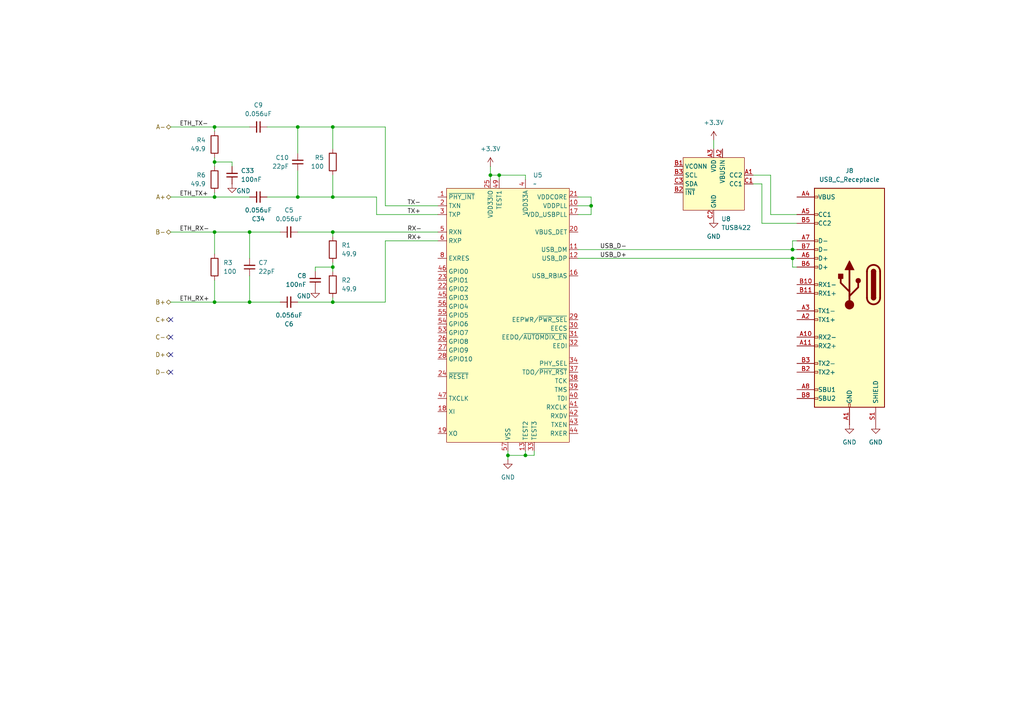
<source format=kicad_sch>
(kicad_sch
	(version 20250114)
	(generator "eeschema")
	(generator_version "9.0")
	(uuid "d8d3174e-8b97-4622-8a52-114482f509cd")
	(paper "A4")
	(lib_symbols
		(symbol "Connector:USB_C_Receptacle"
			(pin_names
				(offset 1.016)
			)
			(exclude_from_sim no)
			(in_bom yes)
			(on_board yes)
			(property "Reference" "J"
				(at -10.16 29.21 0)
				(effects
					(font
						(size 1.27 1.27)
					)
					(justify left)
				)
			)
			(property "Value" "USB_C_Receptacle"
				(at 10.16 29.21 0)
				(effects
					(font
						(size 1.27 1.27)
					)
					(justify right)
				)
			)
			(property "Footprint" ""
				(at 3.81 0 0)
				(effects
					(font
						(size 1.27 1.27)
					)
					(hide yes)
				)
			)
			(property "Datasheet" "https://www.usb.org/sites/default/files/documents/usb_type-c.zip"
				(at 3.81 0 0)
				(effects
					(font
						(size 1.27 1.27)
					)
					(hide yes)
				)
			)
			(property "Description" "USB Full-Featured Type-C Receptacle connector"
				(at 0 0 0)
				(effects
					(font
						(size 1.27 1.27)
					)
					(hide yes)
				)
			)
			(property "ki_keywords" "usb universal serial bus type-C full-featured"
				(at 0 0 0)
				(effects
					(font
						(size 1.27 1.27)
					)
					(hide yes)
				)
			)
			(property "ki_fp_filters" "USB*C*Receptacle*"
				(at 0 0 0)
				(effects
					(font
						(size 1.27 1.27)
					)
					(hide yes)
				)
			)
			(symbol "USB_C_Receptacle_0_0"
				(rectangle
					(start -0.254 -35.56)
					(end 0.254 -34.544)
					(stroke
						(width 0)
						(type default)
					)
					(fill
						(type none)
					)
				)
				(rectangle
					(start 10.16 25.654)
					(end 9.144 25.146)
					(stroke
						(width 0)
						(type default)
					)
					(fill
						(type none)
					)
				)
				(rectangle
					(start 10.16 20.574)
					(end 9.144 20.066)
					(stroke
						(width 0)
						(type default)
					)
					(fill
						(type none)
					)
				)
				(rectangle
					(start 10.16 18.034)
					(end 9.144 17.526)
					(stroke
						(width 0)
						(type default)
					)
					(fill
						(type none)
					)
				)
				(rectangle
					(start 10.16 12.954)
					(end 9.144 12.446)
					(stroke
						(width 0)
						(type default)
					)
					(fill
						(type none)
					)
				)
				(rectangle
					(start 10.16 10.414)
					(end 9.144 9.906)
					(stroke
						(width 0)
						(type default)
					)
					(fill
						(type none)
					)
				)
				(rectangle
					(start 10.16 7.874)
					(end 9.144 7.366)
					(stroke
						(width 0)
						(type default)
					)
					(fill
						(type none)
					)
				)
				(rectangle
					(start 10.16 5.334)
					(end 9.144 4.826)
					(stroke
						(width 0)
						(type default)
					)
					(fill
						(type none)
					)
				)
				(rectangle
					(start 10.16 0.254)
					(end 9.144 -0.254)
					(stroke
						(width 0)
						(type default)
					)
					(fill
						(type none)
					)
				)
				(rectangle
					(start 10.16 -2.286)
					(end 9.144 -2.794)
					(stroke
						(width 0)
						(type default)
					)
					(fill
						(type none)
					)
				)
				(rectangle
					(start 10.16 -7.366)
					(end 9.144 -7.874)
					(stroke
						(width 0)
						(type default)
					)
					(fill
						(type none)
					)
				)
				(rectangle
					(start 10.16 -9.906)
					(end 9.144 -10.414)
					(stroke
						(width 0)
						(type default)
					)
					(fill
						(type none)
					)
				)
				(rectangle
					(start 10.16 -14.986)
					(end 9.144 -15.494)
					(stroke
						(width 0)
						(type default)
					)
					(fill
						(type none)
					)
				)
				(rectangle
					(start 10.16 -17.526)
					(end 9.144 -18.034)
					(stroke
						(width 0)
						(type default)
					)
					(fill
						(type none)
					)
				)
				(rectangle
					(start 10.16 -22.606)
					(end 9.144 -23.114)
					(stroke
						(width 0)
						(type default)
					)
					(fill
						(type none)
					)
				)
				(rectangle
					(start 10.16 -25.146)
					(end 9.144 -25.654)
					(stroke
						(width 0)
						(type default)
					)
					(fill
						(type none)
					)
				)
				(rectangle
					(start 10.16 -30.226)
					(end 9.144 -30.734)
					(stroke
						(width 0)
						(type default)
					)
					(fill
						(type none)
					)
				)
				(rectangle
					(start 10.16 -32.766)
					(end 9.144 -33.274)
					(stroke
						(width 0)
						(type default)
					)
					(fill
						(type none)
					)
				)
			)
			(symbol "USB_C_Receptacle_0_1"
				(rectangle
					(start -10.16 27.94)
					(end 10.16 -35.56)
					(stroke
						(width 0.254)
						(type default)
					)
					(fill
						(type background)
					)
				)
				(polyline
					(pts
						(xy -8.89 -3.81) (xy -8.89 3.81)
					)
					(stroke
						(width 0.508)
						(type default)
					)
					(fill
						(type none)
					)
				)
				(rectangle
					(start -7.62 -3.81)
					(end -6.35 3.81)
					(stroke
						(width 0.254)
						(type default)
					)
					(fill
						(type outline)
					)
				)
				(arc
					(start -7.62 3.81)
					(mid -6.985 4.4423)
					(end -6.35 3.81)
					(stroke
						(width 0.254)
						(type default)
					)
					(fill
						(type none)
					)
				)
				(arc
					(start -7.62 3.81)
					(mid -6.985 4.4423)
					(end -6.35 3.81)
					(stroke
						(width 0.254)
						(type default)
					)
					(fill
						(type outline)
					)
				)
				(arc
					(start -8.89 3.81)
					(mid -6.985 5.7067)
					(end -5.08 3.81)
					(stroke
						(width 0.508)
						(type default)
					)
					(fill
						(type none)
					)
				)
				(arc
					(start -5.08 -3.81)
					(mid -6.985 -5.7067)
					(end -8.89 -3.81)
					(stroke
						(width 0.508)
						(type default)
					)
					(fill
						(type none)
					)
				)
				(arc
					(start -6.35 -3.81)
					(mid -6.985 -4.4423)
					(end -7.62 -3.81)
					(stroke
						(width 0.254)
						(type default)
					)
					(fill
						(type none)
					)
				)
				(arc
					(start -6.35 -3.81)
					(mid -6.985 -4.4423)
					(end -7.62 -3.81)
					(stroke
						(width 0.254)
						(type default)
					)
					(fill
						(type outline)
					)
				)
				(polyline
					(pts
						(xy -5.08 3.81) (xy -5.08 -3.81)
					)
					(stroke
						(width 0.508)
						(type default)
					)
					(fill
						(type none)
					)
				)
			)
			(symbol "USB_C_Receptacle_1_1"
				(circle
					(center -2.54 1.143)
					(radius 0.635)
					(stroke
						(width 0.254)
						(type default)
					)
					(fill
						(type outline)
					)
				)
				(polyline
					(pts
						(xy -1.27 4.318) (xy 0 6.858) (xy 1.27 4.318) (xy -1.27 4.318)
					)
					(stroke
						(width 0.254)
						(type default)
					)
					(fill
						(type outline)
					)
				)
				(polyline
					(pts
						(xy 0 -2.032) (xy 2.54 0.508) (xy 2.54 1.778)
					)
					(stroke
						(width 0.508)
						(type default)
					)
					(fill
						(type none)
					)
				)
				(polyline
					(pts
						(xy 0 -3.302) (xy -2.54 -0.762) (xy -2.54 0.508)
					)
					(stroke
						(width 0.508)
						(type default)
					)
					(fill
						(type none)
					)
				)
				(polyline
					(pts
						(xy 0 -5.842) (xy 0 4.318)
					)
					(stroke
						(width 0.508)
						(type default)
					)
					(fill
						(type none)
					)
				)
				(circle
					(center 0 -5.842)
					(radius 1.27)
					(stroke
						(width 0)
						(type default)
					)
					(fill
						(type outline)
					)
				)
				(rectangle
					(start 1.905 1.778)
					(end 3.175 3.048)
					(stroke
						(width 0.254)
						(type default)
					)
					(fill
						(type outline)
					)
				)
				(pin passive line
					(at -7.62 -40.64 90)
					(length 5.08)
					(name "SHIELD"
						(effects
							(font
								(size 1.27 1.27)
							)
						)
					)
					(number "S1"
						(effects
							(font
								(size 1.27 1.27)
							)
						)
					)
				)
				(pin passive line
					(at 0 -40.64 90)
					(length 5.08)
					(name "GND"
						(effects
							(font
								(size 1.27 1.27)
							)
						)
					)
					(number "A1"
						(effects
							(font
								(size 1.27 1.27)
							)
						)
					)
				)
				(pin passive line
					(at 0 -40.64 90)
					(length 5.08)
					(hide yes)
					(name "GND"
						(effects
							(font
								(size 1.27 1.27)
							)
						)
					)
					(number "A12"
						(effects
							(font
								(size 1.27 1.27)
							)
						)
					)
				)
				(pin passive line
					(at 0 -40.64 90)
					(length 5.08)
					(hide yes)
					(name "GND"
						(effects
							(font
								(size 1.27 1.27)
							)
						)
					)
					(number "B1"
						(effects
							(font
								(size 1.27 1.27)
							)
						)
					)
				)
				(pin passive line
					(at 0 -40.64 90)
					(length 5.08)
					(hide yes)
					(name "GND"
						(effects
							(font
								(size 1.27 1.27)
							)
						)
					)
					(number "B12"
						(effects
							(font
								(size 1.27 1.27)
							)
						)
					)
				)
				(pin passive line
					(at 15.24 25.4 180)
					(length 5.08)
					(name "VBUS"
						(effects
							(font
								(size 1.27 1.27)
							)
						)
					)
					(number "A4"
						(effects
							(font
								(size 1.27 1.27)
							)
						)
					)
				)
				(pin passive line
					(at 15.24 25.4 180)
					(length 5.08)
					(hide yes)
					(name "VBUS"
						(effects
							(font
								(size 1.27 1.27)
							)
						)
					)
					(number "A9"
						(effects
							(font
								(size 1.27 1.27)
							)
						)
					)
				)
				(pin passive line
					(at 15.24 25.4 180)
					(length 5.08)
					(hide yes)
					(name "VBUS"
						(effects
							(font
								(size 1.27 1.27)
							)
						)
					)
					(number "B4"
						(effects
							(font
								(size 1.27 1.27)
							)
						)
					)
				)
				(pin passive line
					(at 15.24 25.4 180)
					(length 5.08)
					(hide yes)
					(name "VBUS"
						(effects
							(font
								(size 1.27 1.27)
							)
						)
					)
					(number "B9"
						(effects
							(font
								(size 1.27 1.27)
							)
						)
					)
				)
				(pin bidirectional line
					(at 15.24 20.32 180)
					(length 5.08)
					(name "CC1"
						(effects
							(font
								(size 1.27 1.27)
							)
						)
					)
					(number "A5"
						(effects
							(font
								(size 1.27 1.27)
							)
						)
					)
				)
				(pin bidirectional line
					(at 15.24 17.78 180)
					(length 5.08)
					(name "CC2"
						(effects
							(font
								(size 1.27 1.27)
							)
						)
					)
					(number "B5"
						(effects
							(font
								(size 1.27 1.27)
							)
						)
					)
				)
				(pin bidirectional line
					(at 15.24 12.7 180)
					(length 5.08)
					(name "D-"
						(effects
							(font
								(size 1.27 1.27)
							)
						)
					)
					(number "A7"
						(effects
							(font
								(size 1.27 1.27)
							)
						)
					)
				)
				(pin bidirectional line
					(at 15.24 10.16 180)
					(length 5.08)
					(name "D-"
						(effects
							(font
								(size 1.27 1.27)
							)
						)
					)
					(number "B7"
						(effects
							(font
								(size 1.27 1.27)
							)
						)
					)
				)
				(pin bidirectional line
					(at 15.24 7.62 180)
					(length 5.08)
					(name "D+"
						(effects
							(font
								(size 1.27 1.27)
							)
						)
					)
					(number "A6"
						(effects
							(font
								(size 1.27 1.27)
							)
						)
					)
				)
				(pin bidirectional line
					(at 15.24 5.08 180)
					(length 5.08)
					(name "D+"
						(effects
							(font
								(size 1.27 1.27)
							)
						)
					)
					(number "B6"
						(effects
							(font
								(size 1.27 1.27)
							)
						)
					)
				)
				(pin bidirectional line
					(at 15.24 0 180)
					(length 5.08)
					(name "RX1-"
						(effects
							(font
								(size 1.27 1.27)
							)
						)
					)
					(number "B10"
						(effects
							(font
								(size 1.27 1.27)
							)
						)
					)
				)
				(pin bidirectional line
					(at 15.24 -2.54 180)
					(length 5.08)
					(name "RX1+"
						(effects
							(font
								(size 1.27 1.27)
							)
						)
					)
					(number "B11"
						(effects
							(font
								(size 1.27 1.27)
							)
						)
					)
				)
				(pin bidirectional line
					(at 15.24 -7.62 180)
					(length 5.08)
					(name "TX1-"
						(effects
							(font
								(size 1.27 1.27)
							)
						)
					)
					(number "A3"
						(effects
							(font
								(size 1.27 1.27)
							)
						)
					)
				)
				(pin bidirectional line
					(at 15.24 -10.16 180)
					(length 5.08)
					(name "TX1+"
						(effects
							(font
								(size 1.27 1.27)
							)
						)
					)
					(number "A2"
						(effects
							(font
								(size 1.27 1.27)
							)
						)
					)
				)
				(pin bidirectional line
					(at 15.24 -15.24 180)
					(length 5.08)
					(name "RX2-"
						(effects
							(font
								(size 1.27 1.27)
							)
						)
					)
					(number "A10"
						(effects
							(font
								(size 1.27 1.27)
							)
						)
					)
				)
				(pin bidirectional line
					(at 15.24 -17.78 180)
					(length 5.08)
					(name "RX2+"
						(effects
							(font
								(size 1.27 1.27)
							)
						)
					)
					(number "A11"
						(effects
							(font
								(size 1.27 1.27)
							)
						)
					)
				)
				(pin bidirectional line
					(at 15.24 -22.86 180)
					(length 5.08)
					(name "TX2-"
						(effects
							(font
								(size 1.27 1.27)
							)
						)
					)
					(number "B3"
						(effects
							(font
								(size 1.27 1.27)
							)
						)
					)
				)
				(pin bidirectional line
					(at 15.24 -25.4 180)
					(length 5.08)
					(name "TX2+"
						(effects
							(font
								(size 1.27 1.27)
							)
						)
					)
					(number "B2"
						(effects
							(font
								(size 1.27 1.27)
							)
						)
					)
				)
				(pin bidirectional line
					(at 15.24 -30.48 180)
					(length 5.08)
					(name "SBU1"
						(effects
							(font
								(size 1.27 1.27)
							)
						)
					)
					(number "A8"
						(effects
							(font
								(size 1.27 1.27)
							)
						)
					)
				)
				(pin bidirectional line
					(at 15.24 -33.02 180)
					(length 5.08)
					(name "SBU2"
						(effects
							(font
								(size 1.27 1.27)
							)
						)
					)
					(number "B8"
						(effects
							(font
								(size 1.27 1.27)
							)
						)
					)
				)
			)
			(embedded_fonts no)
		)
		(symbol "Device:C_Small"
			(pin_numbers
				(hide yes)
			)
			(pin_names
				(offset 0.254)
				(hide yes)
			)
			(exclude_from_sim no)
			(in_bom yes)
			(on_board yes)
			(property "Reference" "C"
				(at 0.254 1.778 0)
				(effects
					(font
						(size 1.27 1.27)
					)
					(justify left)
				)
			)
			(property "Value" "C_Small"
				(at 0.254 -2.032 0)
				(effects
					(font
						(size 1.27 1.27)
					)
					(justify left)
				)
			)
			(property "Footprint" ""
				(at 0 0 0)
				(effects
					(font
						(size 1.27 1.27)
					)
					(hide yes)
				)
			)
			(property "Datasheet" "~"
				(at 0 0 0)
				(effects
					(font
						(size 1.27 1.27)
					)
					(hide yes)
				)
			)
			(property "Description" "Unpolarized capacitor, small symbol"
				(at 0 0 0)
				(effects
					(font
						(size 1.27 1.27)
					)
					(hide yes)
				)
			)
			(property "ki_keywords" "capacitor cap"
				(at 0 0 0)
				(effects
					(font
						(size 1.27 1.27)
					)
					(hide yes)
				)
			)
			(property "ki_fp_filters" "C_*"
				(at 0 0 0)
				(effects
					(font
						(size 1.27 1.27)
					)
					(hide yes)
				)
			)
			(symbol "C_Small_0_1"
				(polyline
					(pts
						(xy -1.524 0.508) (xy 1.524 0.508)
					)
					(stroke
						(width 0.3048)
						(type default)
					)
					(fill
						(type none)
					)
				)
				(polyline
					(pts
						(xy -1.524 -0.508) (xy 1.524 -0.508)
					)
					(stroke
						(width 0.3302)
						(type default)
					)
					(fill
						(type none)
					)
				)
			)
			(symbol "C_Small_1_1"
				(pin passive line
					(at 0 2.54 270)
					(length 2.032)
					(name "~"
						(effects
							(font
								(size 1.27 1.27)
							)
						)
					)
					(number "1"
						(effects
							(font
								(size 1.27 1.27)
							)
						)
					)
				)
				(pin passive line
					(at 0 -2.54 90)
					(length 2.032)
					(name "~"
						(effects
							(font
								(size 1.27 1.27)
							)
						)
					)
					(number "2"
						(effects
							(font
								(size 1.27 1.27)
							)
						)
					)
				)
			)
			(embedded_fonts no)
		)
		(symbol "Device:R"
			(pin_numbers
				(hide yes)
			)
			(pin_names
				(offset 0)
			)
			(exclude_from_sim no)
			(in_bom yes)
			(on_board yes)
			(property "Reference" "R"
				(at 2.032 0 90)
				(effects
					(font
						(size 1.27 1.27)
					)
				)
			)
			(property "Value" "R"
				(at 0 0 90)
				(effects
					(font
						(size 1.27 1.27)
					)
				)
			)
			(property "Footprint" ""
				(at -1.778 0 90)
				(effects
					(font
						(size 1.27 1.27)
					)
					(hide yes)
				)
			)
			(property "Datasheet" "~"
				(at 0 0 0)
				(effects
					(font
						(size 1.27 1.27)
					)
					(hide yes)
				)
			)
			(property "Description" "Resistor"
				(at 0 0 0)
				(effects
					(font
						(size 1.27 1.27)
					)
					(hide yes)
				)
			)
			(property "ki_keywords" "R res resistor"
				(at 0 0 0)
				(effects
					(font
						(size 1.27 1.27)
					)
					(hide yes)
				)
			)
			(property "ki_fp_filters" "R_*"
				(at 0 0 0)
				(effects
					(font
						(size 1.27 1.27)
					)
					(hide yes)
				)
			)
			(symbol "R_0_1"
				(rectangle
					(start -1.016 -2.54)
					(end 1.016 2.54)
					(stroke
						(width 0.254)
						(type default)
					)
					(fill
						(type none)
					)
				)
			)
			(symbol "R_1_1"
				(pin passive line
					(at 0 3.81 270)
					(length 1.27)
					(name "~"
						(effects
							(font
								(size 1.27 1.27)
							)
						)
					)
					(number "1"
						(effects
							(font
								(size 1.27 1.27)
							)
						)
					)
				)
				(pin passive line
					(at 0 -3.81 90)
					(length 1.27)
					(name "~"
						(effects
							(font
								(size 1.27 1.27)
							)
						)
					)
					(number "2"
						(effects
							(font
								(size 1.27 1.27)
							)
						)
					)
				)
			)
			(embedded_fonts no)
		)
		(symbol "Library:LAN9500"
			(exclude_from_sim no)
			(in_bom yes)
			(on_board yes)
			(property "Reference" "U"
				(at -13.97 1.27 0)
				(effects
					(font
						(size 1.27 1.27)
					)
				)
			)
			(property "Value" ""
				(at 2.54 0 0)
				(effects
					(font
						(size 1.27 1.27)
					)
				)
			)
			(property "Footprint" "Package_DFN_QFN:QFN-56-1EP_7x7mm_P0.4mm_EP3.2x3.2mm_ThermalVias"
				(at 1.778 37.338 0)
				(effects
					(font
						(size 1.27 1.27)
					)
					(hide yes)
				)
			)
			(property "Datasheet" ""
				(at 2.54 0 0)
				(effects
					(font
						(size 1.27 1.27)
					)
					(hide yes)
				)
			)
			(property "Description" ""
				(at 2.54 0 0)
				(effects
					(font
						(size 1.27 1.27)
					)
					(hide yes)
				)
			)
			(symbol "LAN9500_1_1"
				(rectangle
					(start -12.7 -1.27)
					(end 22.86 -74.93)
					(stroke
						(width 0)
						(type default)
					)
					(fill
						(type background)
					)
				)
				(pin input line
					(at -15.24 -3.81 0)
					(length 2.54)
					(name "~{PHY_INT}"
						(effects
							(font
								(size 1.27 1.27)
							)
						)
					)
					(number "1"
						(effects
							(font
								(size 1.27 1.27)
							)
						)
					)
				)
				(pin input line
					(at -15.24 -6.35 0)
					(length 2.54)
					(name "TXN"
						(effects
							(font
								(size 1.27 1.27)
							)
						)
					)
					(number "2"
						(effects
							(font
								(size 1.27 1.27)
							)
						)
					)
				)
				(pin input line
					(at -15.24 -8.89 0)
					(length 2.54)
					(name "TXP"
						(effects
							(font
								(size 1.27 1.27)
							)
						)
					)
					(number "3"
						(effects
							(font
								(size 1.27 1.27)
							)
						)
					)
				)
				(pin input line
					(at -15.24 -13.97 0)
					(length 2.54)
					(name "RXN"
						(effects
							(font
								(size 1.27 1.27)
							)
						)
					)
					(number "5"
						(effects
							(font
								(size 1.27 1.27)
							)
						)
					)
				)
				(pin power_in line
					(at -15.24 -16.51 0)
					(length 2.54)
					(name "RXP"
						(effects
							(font
								(size 1.27 1.27)
							)
						)
					)
					(number "6"
						(effects
							(font
								(size 1.27 1.27)
							)
						)
					)
				)
				(pin input line
					(at -15.24 -21.59 0)
					(length 2.54)
					(name "EXRES"
						(effects
							(font
								(size 1.27 1.27)
							)
						)
					)
					(number "8"
						(effects
							(font
								(size 1.27 1.27)
							)
						)
					)
				)
				(pin bidirectional line
					(at -15.24 -25.4 0)
					(length 2.54)
					(name "GPIO0"
						(effects
							(font
								(size 1.27 1.27)
							)
						)
					)
					(number "46"
						(effects
							(font
								(size 1.27 1.27)
							)
						)
					)
					(alternate "COL" bidirectional line)
				)
				(pin bidirectional line
					(at -15.24 -27.94 0)
					(length 2.54)
					(name "GPIO1"
						(effects
							(font
								(size 1.27 1.27)
							)
						)
					)
					(number "23"
						(effects
							(font
								(size 1.27 1.27)
							)
						)
					)
					(alternate "MDIO" bidirectional line)
				)
				(pin bidirectional line
					(at -15.24 -30.48 0)
					(length 2.54)
					(name "GPIO2"
						(effects
							(font
								(size 1.27 1.27)
							)
						)
					)
					(number "22"
						(effects
							(font
								(size 1.27 1.27)
							)
						)
					)
					(alternate "MDC" bidirectional line)
				)
				(pin bidirectional line
					(at -15.24 -33.02 0)
					(length 2.54)
					(name "GPIO3"
						(effects
							(font
								(size 1.27 1.27)
							)
						)
					)
					(number "45"
						(effects
							(font
								(size 1.27 1.27)
							)
						)
					)
					(alternate "CRS" bidirectional line)
				)
				(pin bidirectional line
					(at -15.24 -35.56 0)
					(length 2.54)
					(name "GPIO4"
						(effects
							(font
								(size 1.27 1.27)
							)
						)
					)
					(number "56"
						(effects
							(font
								(size 1.27 1.27)
							)
						)
					)
					(alternate "TXD0" bidirectional line)
					(alternate "~{EEP_DISABLE}" bidirectional line)
				)
				(pin bidirectional line
					(at -15.24 -38.1 0)
					(length 2.54)
					(name "GPIO5"
						(effects
							(font
								(size 1.27 1.27)
							)
						)
					)
					(number "55"
						(effects
							(font
								(size 1.27 1.27)
							)
						)
					)
					(alternate "TXD1" bidirectional line)
					(alternate "~{RMT_WKP}" bidirectional line)
				)
				(pin bidirectional line
					(at -15.24 -40.64 0)
					(length 2.54)
					(name "GPIO6"
						(effects
							(font
								(size 1.27 1.27)
							)
						)
					)
					(number "54"
						(effects
							(font
								(size 1.27 1.27)
							)
						)
					)
					(alternate "TXD2" bidirectional line)
					(alternate "~{PORT_SWAP}" bidirectional line)
				)
				(pin bidirectional line
					(at -15.24 -43.18 0)
					(length 2.54)
					(name "GPIO7"
						(effects
							(font
								(size 1.27 1.27)
							)
						)
					)
					(number "53"
						(effects
							(font
								(size 1.27 1.27)
							)
						)
					)
					(alternate "TXD3" power_in line)
					(alternate "~{EEP_SIZE}" power_in line)
				)
				(pin bidirectional line
					(at -15.24 -45.72 0)
					(length 2.54)
					(name "GPIO8"
						(effects
							(font
								(size 1.27 1.27)
							)
						)
					)
					(number "26"
						(effects
							(font
								(size 1.27 1.27)
							)
						)
					)
					(alternate "~{FDX_LED}" power_in line)
				)
				(pin bidirectional line
					(at -15.24 -48.26 0)
					(length 2.54)
					(name "GPIO9"
						(effects
							(font
								(size 1.27 1.27)
							)
						)
					)
					(number "27"
						(effects
							(font
								(size 1.27 1.27)
							)
						)
					)
					(alternate "~{LNKA_LED}" input line)
				)
				(pin bidirectional line
					(at -15.24 -50.8 0)
					(length 2.54)
					(name "GPIO10"
						(effects
							(font
								(size 1.27 1.27)
							)
						)
					)
					(number "28"
						(effects
							(font
								(size 1.27 1.27)
							)
						)
					)
					(alternate "~{SPD_LED}" bidirectional line)
				)
				(pin bidirectional line
					(at -15.24 -55.88 0)
					(length 2.54)
					(name "~{RESET}"
						(effects
							(font
								(size 1.27 1.27)
							)
						)
					)
					(number "24"
						(effects
							(font
								(size 1.27 1.27)
							)
						)
					)
				)
				(pin bidirectional line
					(at -15.24 -62.23 0)
					(length 2.54)
					(name "TXCLK"
						(effects
							(font
								(size 1.27 1.27)
							)
						)
					)
					(number "47"
						(effects
							(font
								(size 1.27 1.27)
							)
						)
					)
				)
				(pin input line
					(at -15.24 -66.04 0)
					(length 2.54)
					(name "XI"
						(effects
							(font
								(size 1.27 1.27)
							)
						)
					)
					(number "18"
						(effects
							(font
								(size 1.27 1.27)
							)
						)
					)
				)
				(pin input line
					(at -15.24 -72.39 0)
					(length 2.54)
					(name "XO"
						(effects
							(font
								(size 1.27 1.27)
							)
						)
					)
					(number "19"
						(effects
							(font
								(size 1.27 1.27)
							)
						)
					)
				)
				(pin power_in line
					(at 0 1.27 270)
					(length 2.54)
					(name "VDD33IO"
						(effects
							(font
								(size 1.27 1.27)
							)
						)
					)
					(number "25"
						(effects
							(font
								(size 1.27 1.27)
							)
						)
					)
				)
				(pin power_in line
					(at 0 1.27 270)
					(length 2.54)
					(hide yes)
					(name "VDD3IO"
						(effects
							(font
								(size 1.27 1.27)
							)
						)
					)
					(number "35"
						(effects
							(font
								(size 1.27 1.27)
							)
						)
					)
				)
				(pin power_in line
					(at 0 1.27 270)
					(length 2.54)
					(hide yes)
					(name "VDD3IO"
						(effects
							(font
								(size 1.27 1.27)
							)
						)
					)
					(number "48"
						(effects
							(font
								(size 1.27 1.27)
							)
						)
					)
				)
				(pin power_in line
					(at 0 1.27 270)
					(length 2.54)
					(hide yes)
					(name "VDD3IO"
						(effects
							(font
								(size 1.27 1.27)
							)
						)
					)
					(number "51"
						(effects
							(font
								(size 1.27 1.27)
							)
						)
					)
				)
				(pin power_in line
					(at 0 1.27 270)
					(length 2.54)
					(hide yes)
					(name "VDD3IO"
						(effects
							(font
								(size 1.27 1.27)
							)
						)
					)
					(number "52"
						(effects
							(font
								(size 1.27 1.27)
							)
						)
					)
				)
				(pin power_in line
					(at 2.54 1.27 270)
					(length 2.54)
					(name "TEST1"
						(effects
							(font
								(size 1.27 1.27)
							)
						)
					)
					(number "49"
						(effects
							(font
								(size 1.27 1.27)
							)
						)
					)
				)
				(pin no_connect line
					(at 5.08 1.27 270)
					(length 2.54)
					(hide yes)
					(name "NC"
						(effects
							(font
								(size 1.27 1.27)
							)
						)
					)
					(number "14"
						(effects
							(font
								(size 1.27 1.27)
							)
						)
					)
				)
				(pin power_in line
					(at 5.08 -77.47 90)
					(length 2.54)
					(name "VSS"
						(effects
							(font
								(size 1.27 1.27)
							)
						)
					)
					(number "57"
						(effects
							(font
								(size 1.27 1.27)
							)
						)
					)
				)
				(pin power_in line
					(at 10.16 1.27 270)
					(length 2.54)
					(hide yes)
					(name "VDD33A"
						(effects
							(font
								(size 1.27 1.27)
							)
						)
					)
					(number "15"
						(effects
							(font
								(size 1.27 1.27)
							)
						)
					)
				)
				(pin power_in line
					(at 10.16 1.27 270)
					(length 2.54)
					(name "VDD33A"
						(effects
							(font
								(size 1.27 1.27)
							)
						)
					)
					(number "4"
						(effects
							(font
								(size 1.27 1.27)
							)
						)
					)
				)
				(pin power_in line
					(at 10.16 1.27 270)
					(length 2.54)
					(hide yes)
					(name "VDD33A"
						(effects
							(font
								(size 1.27 1.27)
							)
						)
					)
					(number "7"
						(effects
							(font
								(size 1.27 1.27)
							)
						)
					)
				)
				(pin power_in line
					(at 10.16 1.27 270)
					(length 2.54)
					(hide yes)
					(name "VDD33A"
						(effects
							(font
								(size 1.27 1.27)
							)
						)
					)
					(number "9"
						(effects
							(font
								(size 1.27 1.27)
							)
						)
					)
				)
				(pin input line
					(at 10.16 -77.47 90)
					(length 2.54)
					(name "TEST2"
						(effects
							(font
								(size 1.27 1.27)
							)
						)
					)
					(number "13"
						(effects
							(font
								(size 1.27 1.27)
							)
						)
					)
				)
				(pin bidirectional line
					(at 12.7 -77.47 90)
					(length 2.54)
					(name "TEST3"
						(effects
							(font
								(size 1.27 1.27)
							)
						)
					)
					(number "33"
						(effects
							(font
								(size 1.27 1.27)
							)
						)
					)
				)
				(pin power_in line
					(at 25.4 -3.81 180)
					(length 2.54)
					(name "VDDCORE"
						(effects
							(font
								(size 1.27 1.27)
							)
						)
					)
					(number "21"
						(effects
							(font
								(size 1.27 1.27)
							)
						)
					)
				)
				(pin power_in line
					(at 25.4 -3.81 180)
					(length 2.54)
					(hide yes)
					(name "VDDCORE"
						(effects
							(font
								(size 1.27 1.27)
							)
						)
					)
					(number "50"
						(effects
							(font
								(size 1.27 1.27)
							)
						)
					)
				)
				(pin power_in line
					(at 25.4 -6.35 180)
					(length 2.54)
					(name "VDDPLL"
						(effects
							(font
								(size 1.27 1.27)
							)
						)
					)
					(number "10"
						(effects
							(font
								(size 1.27 1.27)
							)
						)
					)
				)
				(pin power_in line
					(at 25.4 -8.89 180)
					(length 2.54)
					(name "VDD_USBPLL"
						(effects
							(font
								(size 1.27 1.27)
							)
						)
					)
					(number "17"
						(effects
							(font
								(size 1.27 1.27)
							)
						)
					)
				)
				(pin input line
					(at 25.4 -13.97 180)
					(length 2.54)
					(name "VBUS_DET"
						(effects
							(font
								(size 1.27 1.27)
							)
						)
					)
					(number "20"
						(effects
							(font
								(size 1.27 1.27)
							)
						)
					)
				)
				(pin input line
					(at 25.4 -19.05 180)
					(length 2.54)
					(name "USB_DM"
						(effects
							(font
								(size 1.27 1.27)
							)
						)
					)
					(number "11"
						(effects
							(font
								(size 1.27 1.27)
							)
						)
					)
				)
				(pin input line
					(at 25.4 -21.59 180)
					(length 2.54)
					(name "USB_DP"
						(effects
							(font
								(size 1.27 1.27)
							)
						)
					)
					(number "12"
						(effects
							(font
								(size 1.27 1.27)
							)
						)
					)
				)
				(pin input line
					(at 25.4 -26.67 180)
					(length 2.54)
					(name "USB_RBIAS"
						(effects
							(font
								(size 1.27 1.27)
							)
						)
					)
					(number "16"
						(effects
							(font
								(size 1.27 1.27)
							)
						)
					)
				)
				(pin bidirectional line
					(at 25.4 -39.37 180)
					(length 2.54)
					(name "EEPWR/~{PWR_SEL}"
						(effects
							(font
								(size 1.27 1.27)
							)
						)
					)
					(number "29"
						(effects
							(font
								(size 1.27 1.27)
							)
						)
					)
				)
				(pin bidirectional line
					(at 25.4 -41.91 180)
					(length 2.54)
					(name "EECS"
						(effects
							(font
								(size 1.27 1.27)
							)
						)
					)
					(number "30"
						(effects
							(font
								(size 1.27 1.27)
							)
						)
					)
				)
				(pin bidirectional line
					(at 25.4 -44.45 180)
					(length 2.54)
					(name "EEDO/~{AUTOMDIX_EN}"
						(effects
							(font
								(size 1.27 1.27)
							)
						)
					)
					(number "31"
						(effects
							(font
								(size 1.27 1.27)
							)
						)
					)
				)
				(pin bidirectional line
					(at 25.4 -46.99 180)
					(length 2.54)
					(name "EEDI"
						(effects
							(font
								(size 1.27 1.27)
							)
						)
					)
					(number "32"
						(effects
							(font
								(size 1.27 1.27)
							)
						)
					)
				)
				(pin input line
					(at 25.4 -52.07 180)
					(length 2.54)
					(name "PHY_SEL"
						(effects
							(font
								(size 1.27 1.27)
							)
						)
					)
					(number "34"
						(effects
							(font
								(size 1.27 1.27)
							)
						)
					)
				)
				(pin bidirectional line
					(at 25.4 -54.61 180)
					(length 2.54)
					(name "TDO/~{PHY_RST}"
						(effects
							(font
								(size 1.27 1.27)
							)
						)
					)
					(number "37"
						(effects
							(font
								(size 1.27 1.27)
							)
						)
					)
				)
				(pin bidirectional line
					(at 25.4 -57.15 180)
					(length 2.54)
					(name "TCK"
						(effects
							(font
								(size 1.27 1.27)
							)
						)
					)
					(number "38"
						(effects
							(font
								(size 1.27 1.27)
							)
						)
					)
					(alternate "RXD1" bidirectional line)
				)
				(pin bidirectional line
					(at 25.4 -59.69 180)
					(length 2.54)
					(name "TMS"
						(effects
							(font
								(size 1.27 1.27)
							)
						)
					)
					(number "39"
						(effects
							(font
								(size 1.27 1.27)
							)
						)
					)
					(alternate "RXD2" bidirectional line)
				)
				(pin bidirectional line
					(at 25.4 -62.23 180)
					(length 2.54)
					(name "TDI"
						(effects
							(font
								(size 1.27 1.27)
							)
						)
					)
					(number "40"
						(effects
							(font
								(size 1.27 1.27)
							)
						)
					)
					(alternate "RXD3" bidirectional line)
				)
				(pin bidirectional line
					(at 25.4 -64.77 180)
					(length 2.54)
					(name "RXCLK"
						(effects
							(font
								(size 1.27 1.27)
							)
						)
					)
					(number "41"
						(effects
							(font
								(size 1.27 1.27)
							)
						)
					)
				)
				(pin bidirectional line
					(at 25.4 -67.31 180)
					(length 2.54)
					(name "RXDV"
						(effects
							(font
								(size 1.27 1.27)
							)
						)
					)
					(number "42"
						(effects
							(font
								(size 1.27 1.27)
							)
						)
					)
				)
				(pin bidirectional line
					(at 25.4 -69.85 180)
					(length 2.54)
					(name "TXEN"
						(effects
							(font
								(size 1.27 1.27)
							)
						)
					)
					(number "43"
						(effects
							(font
								(size 1.27 1.27)
							)
						)
					)
				)
				(pin bidirectional line
					(at 25.4 -72.39 180)
					(length 2.54)
					(name "RXER"
						(effects
							(font
								(size 1.27 1.27)
							)
						)
					)
					(number "44"
						(effects
							(font
								(size 1.27 1.27)
							)
						)
					)
				)
			)
			(embedded_fonts no)
		)
		(symbol "Library:TUSB422"
			(exclude_from_sim no)
			(in_bom yes)
			(on_board yes)
			(property "Reference" "U"
				(at -0.508 1.016 0)
				(effects
					(font
						(size 1.27 1.27)
					)
				)
			)
			(property "Value" "TUSB422"
				(at 17.018 1.016 0)
				(effects
					(font
						(size 1.27 1.27)
					)
				)
			)
			(property "Footprint" "Package_BGA:Texas_DSBGA-9_1.62mmx1.58mm_Layout3x3_P0.5mm"
				(at 0 0 0)
				(effects
					(font
						(size 1.27 1.27)
					)
					(hide yes)
				)
			)
			(property "Datasheet" "https://www.ti.com/lit/ds/symlink/tusb422.pdf"
				(at 0 0 0)
				(effects
					(font
						(size 1.27 1.27)
					)
					(hide yes)
				)
			)
			(property "Description" ""
				(at 0 0 0)
				(effects
					(font
						(size 1.27 1.27)
					)
					(hide yes)
				)
			)
			(symbol "TUSB422_1_1"
				(rectangle
					(start 0 0)
					(end 17.78 -15.24)
					(stroke
						(width 0)
						(type default)
					)
					(fill
						(type background)
					)
				)
				(pin power_in line
					(at -2.54 -2.54 0)
					(length 2.54)
					(name "VCONN"
						(effects
							(font
								(size 1.27 1.27)
							)
						)
					)
					(number "B1"
						(effects
							(font
								(size 1.27 1.27)
							)
						)
					)
				)
				(pin bidirectional line
					(at -2.54 -5.08 0)
					(length 2.54)
					(name "SCL"
						(effects
							(font
								(size 1.27 1.27)
							)
						)
					)
					(number "B3"
						(effects
							(font
								(size 1.27 1.27)
							)
						)
					)
				)
				(pin bidirectional line
					(at -2.54 -7.62 0)
					(length 2.54)
					(name "SDA"
						(effects
							(font
								(size 1.27 1.27)
							)
						)
					)
					(number "C3"
						(effects
							(font
								(size 1.27 1.27)
							)
						)
					)
				)
				(pin bidirectional line
					(at -2.54 -10.16 0)
					(length 2.54)
					(name "~{INT}"
						(effects
							(font
								(size 1.27 1.27)
							)
						)
					)
					(number "B2"
						(effects
							(font
								(size 1.27 1.27)
							)
						)
					)
				)
				(pin power_in line
					(at 8.89 2.54 270)
					(length 2.54)
					(name "VDD"
						(effects
							(font
								(size 1.27 1.27)
							)
						)
					)
					(number "A3"
						(effects
							(font
								(size 1.27 1.27)
							)
						)
					)
				)
				(pin power_in line
					(at 8.89 -17.78 90)
					(length 2.54)
					(name "GND"
						(effects
							(font
								(size 1.27 1.27)
							)
						)
					)
					(number "C2"
						(effects
							(font
								(size 1.27 1.27)
							)
						)
					)
				)
				(pin power_in line
					(at 11.43 2.54 270)
					(length 2.54)
					(name "VBUSIN"
						(effects
							(font
								(size 1.27 1.27)
							)
						)
					)
					(number "A2"
						(effects
							(font
								(size 1.27 1.27)
							)
						)
					)
				)
				(pin bidirectional line
					(at 20.32 -5.08 180)
					(length 2.54)
					(name "CC2"
						(effects
							(font
								(size 1.27 1.27)
							)
						)
					)
					(number "A1"
						(effects
							(font
								(size 1.27 1.27)
							)
						)
					)
				)
				(pin bidirectional line
					(at 20.32 -7.62 180)
					(length 2.54)
					(name "CC1"
						(effects
							(font
								(size 1.27 1.27)
							)
						)
					)
					(number "C1"
						(effects
							(font
								(size 1.27 1.27)
							)
						)
					)
				)
			)
			(embedded_fonts no)
		)
		(symbol "power:+3.3V"
			(power)
			(pin_numbers
				(hide yes)
			)
			(pin_names
				(offset 0)
				(hide yes)
			)
			(exclude_from_sim no)
			(in_bom yes)
			(on_board yes)
			(property "Reference" "#PWR"
				(at 0 -3.81 0)
				(effects
					(font
						(size 1.27 1.27)
					)
					(hide yes)
				)
			)
			(property "Value" "+3.3V"
				(at 0 3.556 0)
				(effects
					(font
						(size 1.27 1.27)
					)
				)
			)
			(property "Footprint" ""
				(at 0 0 0)
				(effects
					(font
						(size 1.27 1.27)
					)
					(hide yes)
				)
			)
			(property "Datasheet" ""
				(at 0 0 0)
				(effects
					(font
						(size 1.27 1.27)
					)
					(hide yes)
				)
			)
			(property "Description" "Power symbol creates a global label with name \"+3.3V\""
				(at 0 0 0)
				(effects
					(font
						(size 1.27 1.27)
					)
					(hide yes)
				)
			)
			(property "ki_keywords" "global power"
				(at 0 0 0)
				(effects
					(font
						(size 1.27 1.27)
					)
					(hide yes)
				)
			)
			(symbol "+3.3V_0_1"
				(polyline
					(pts
						(xy -0.762 1.27) (xy 0 2.54)
					)
					(stroke
						(width 0)
						(type default)
					)
					(fill
						(type none)
					)
				)
				(polyline
					(pts
						(xy 0 2.54) (xy 0.762 1.27)
					)
					(stroke
						(width 0)
						(type default)
					)
					(fill
						(type none)
					)
				)
				(polyline
					(pts
						(xy 0 0) (xy 0 2.54)
					)
					(stroke
						(width 0)
						(type default)
					)
					(fill
						(type none)
					)
				)
			)
			(symbol "+3.3V_1_1"
				(pin power_in line
					(at 0 0 90)
					(length 0)
					(name "~"
						(effects
							(font
								(size 1.27 1.27)
							)
						)
					)
					(number "1"
						(effects
							(font
								(size 1.27 1.27)
							)
						)
					)
				)
			)
			(embedded_fonts no)
		)
		(symbol "power:GND"
			(power)
			(pin_numbers
				(hide yes)
			)
			(pin_names
				(offset 0)
				(hide yes)
			)
			(exclude_from_sim no)
			(in_bom yes)
			(on_board yes)
			(property "Reference" "#PWR"
				(at 0 -6.35 0)
				(effects
					(font
						(size 1.27 1.27)
					)
					(hide yes)
				)
			)
			(property "Value" "GND"
				(at 0 -3.81 0)
				(effects
					(font
						(size 1.27 1.27)
					)
				)
			)
			(property "Footprint" ""
				(at 0 0 0)
				(effects
					(font
						(size 1.27 1.27)
					)
					(hide yes)
				)
			)
			(property "Datasheet" ""
				(at 0 0 0)
				(effects
					(font
						(size 1.27 1.27)
					)
					(hide yes)
				)
			)
			(property "Description" "Power symbol creates a global label with name \"GND\" , ground"
				(at 0 0 0)
				(effects
					(font
						(size 1.27 1.27)
					)
					(hide yes)
				)
			)
			(property "ki_keywords" "global power"
				(at 0 0 0)
				(effects
					(font
						(size 1.27 1.27)
					)
					(hide yes)
				)
			)
			(symbol "GND_0_1"
				(polyline
					(pts
						(xy 0 0) (xy 0 -1.27) (xy 1.27 -1.27) (xy 0 -2.54) (xy -1.27 -1.27) (xy 0 -1.27)
					)
					(stroke
						(width 0)
						(type default)
					)
					(fill
						(type none)
					)
				)
			)
			(symbol "GND_1_1"
				(pin power_in line
					(at 0 0 270)
					(length 0)
					(name "~"
						(effects
							(font
								(size 1.27 1.27)
							)
						)
					)
					(number "1"
						(effects
							(font
								(size 1.27 1.27)
							)
						)
					)
				)
			)
			(embedded_fonts no)
		)
	)
	(junction
		(at 96.52 36.83)
		(diameter 0)
		(color 0 0 0 0)
		(uuid "090b7963-5766-4abf-aca6-f9f5b56e1151")
	)
	(junction
		(at 86.36 36.83)
		(diameter 0)
		(color 0 0 0 0)
		(uuid "0e009b8e-f392-4851-82bd-42aec3063007")
	)
	(junction
		(at 62.23 36.83)
		(diameter 0)
		(color 0 0 0 0)
		(uuid "2eea67f7-9dcb-4983-a62f-ee334757d41c")
	)
	(junction
		(at 96.52 77.47)
		(diameter 0)
		(color 0 0 0 0)
		(uuid "327c6ff1-1bf8-4df8-91cc-f9dab9dd5262")
	)
	(junction
		(at 142.24 50.8)
		(diameter 0)
		(color 0 0 0 0)
		(uuid "35263d2c-685c-47c9-8b7b-6684a9d78ac4")
	)
	(junction
		(at 144.78 50.8)
		(diameter 0)
		(color 0 0 0 0)
		(uuid "3b885bc8-a25c-4a86-b5fb-9a7bbec153f2")
	)
	(junction
		(at 229.87 72.39)
		(diameter 0)
		(color 0 0 0 0)
		(uuid "4151be3b-36db-4cc4-96c7-b07439e2cac2")
	)
	(junction
		(at 147.32 132.08)
		(diameter 0)
		(color 0 0 0 0)
		(uuid "417765a8-76d1-4a0b-9d2e-a09ed56053e7")
	)
	(junction
		(at 62.23 46.99)
		(diameter 0)
		(color 0 0 0 0)
		(uuid "5ba49ebd-ac48-4f0b-accb-74f850d49582")
	)
	(junction
		(at 72.39 67.31)
		(diameter 0)
		(color 0 0 0 0)
		(uuid "5dd45383-fc24-4634-bb63-276c8342ebb8")
	)
	(junction
		(at 152.4 132.08)
		(diameter 0)
		(color 0 0 0 0)
		(uuid "65cda833-f318-45e0-8e26-726c64526775")
	)
	(junction
		(at 171.45 59.69)
		(diameter 0)
		(color 0 0 0 0)
		(uuid "6d55f4f7-b7a5-43b3-ac17-384f337e4c41")
	)
	(junction
		(at 96.52 67.31)
		(diameter 0)
		(color 0 0 0 0)
		(uuid "76a18241-d60d-42ab-8ac3-535ce7395e12")
	)
	(junction
		(at 86.36 57.15)
		(diameter 0)
		(color 0 0 0 0)
		(uuid "7d24ebd0-5aec-4b9b-b317-0724d08ceb55")
	)
	(junction
		(at 72.39 87.63)
		(diameter 0)
		(color 0 0 0 0)
		(uuid "8972bd30-1e62-4a39-a568-56475fa95448")
	)
	(junction
		(at 96.52 57.15)
		(diameter 0)
		(color 0 0 0 0)
		(uuid "94ba2ef9-b0b7-4ae3-89dd-818e7fb7b9b2")
	)
	(junction
		(at 229.87 74.93)
		(diameter 0)
		(color 0 0 0 0)
		(uuid "994a72cf-45cb-4217-8d04-f8041913637a")
	)
	(junction
		(at 62.23 67.31)
		(diameter 0)
		(color 0 0 0 0)
		(uuid "9a5193bb-2be2-4b44-9406-81f4b71b2589")
	)
	(junction
		(at 96.52 87.63)
		(diameter 0)
		(color 0 0 0 0)
		(uuid "b69b167b-7350-494b-a62e-7f0ab03d82e2")
	)
	(junction
		(at 62.23 87.63)
		(diameter 0)
		(color 0 0 0 0)
		(uuid "bbe0f480-8b2e-4ce8-880c-f14381d47e13")
	)
	(junction
		(at 62.23 57.15)
		(diameter 0)
		(color 0 0 0 0)
		(uuid "bc95a22d-0fdc-4212-8875-d9faeb5cc731")
	)
	(no_connect
		(at 49.53 92.71)
		(uuid "2e2c33b8-b3ff-4fa8-90fc-ebc6257fffcd")
	)
	(no_connect
		(at 49.53 107.95)
		(uuid "83e73744-7f33-4e9b-a40b-4a6715c3d1a3")
	)
	(no_connect
		(at 49.53 97.79)
		(uuid "bcd1e4b3-6fec-4967-8a25-c58a037a2669")
	)
	(no_connect
		(at 49.53 102.87)
		(uuid "ebe8e67f-07e6-4c19-8aa0-46191181c563")
	)
	(wire
		(pts
			(xy 67.31 46.99) (xy 62.23 46.99)
		)
		(stroke
			(width 0)
			(type default)
		)
		(uuid "03f7aaec-2dc2-43fb-a263-0139bf5cf006")
	)
	(wire
		(pts
			(xy 220.98 53.34) (xy 220.98 64.77)
		)
		(stroke
			(width 0)
			(type default)
		)
		(uuid "07800cda-2ca6-42fc-ae13-6d9bb37cf975")
	)
	(wire
		(pts
			(xy 223.52 62.23) (xy 223.52 50.8)
		)
		(stroke
			(width 0)
			(type default)
		)
		(uuid "094405c4-5adc-412e-be63-22245e8390fa")
	)
	(wire
		(pts
			(xy 72.39 87.63) (xy 72.39 80.01)
		)
		(stroke
			(width 0)
			(type default)
		)
		(uuid "0a4132e6-8ceb-4a5a-bedf-c9d12424ae35")
	)
	(wire
		(pts
			(xy 62.23 67.31) (xy 72.39 67.31)
		)
		(stroke
			(width 0)
			(type default)
		)
		(uuid "0cda0ae8-9f15-47bc-8eea-c4b369675b05")
	)
	(wire
		(pts
			(xy 96.52 67.31) (xy 127 67.31)
		)
		(stroke
			(width 0)
			(type default)
		)
		(uuid "0e482597-67cd-49d1-8bfe-3529c07c3ce5")
	)
	(wire
		(pts
			(xy 147.32 132.08) (xy 147.32 133.35)
		)
		(stroke
			(width 0)
			(type default)
		)
		(uuid "0e590ab1-3c27-4fda-946f-8fa379882114")
	)
	(wire
		(pts
			(xy 86.36 36.83) (xy 77.47 36.83)
		)
		(stroke
			(width 0)
			(type default)
		)
		(uuid "10b1339f-8b16-4902-89a6-f6658794282a")
	)
	(wire
		(pts
			(xy 111.76 36.83) (xy 96.52 36.83)
		)
		(stroke
			(width 0)
			(type default)
		)
		(uuid "139381bb-dde3-4e0c-b86a-4227982371ea")
	)
	(wire
		(pts
			(xy 49.53 36.83) (xy 62.23 36.83)
		)
		(stroke
			(width 0)
			(type default)
		)
		(uuid "14b3edff-4c71-485f-b102-475c9815cce4")
	)
	(wire
		(pts
			(xy 72.39 67.31) (xy 81.28 67.31)
		)
		(stroke
			(width 0)
			(type default)
		)
		(uuid "1517f09a-cca0-4024-acec-5099c3fa7564")
	)
	(wire
		(pts
			(xy 86.36 67.31) (xy 96.52 67.31)
		)
		(stroke
			(width 0)
			(type default)
		)
		(uuid "1e5ca77b-1a23-44fc-9d73-965fca8a78c5")
	)
	(wire
		(pts
			(xy 218.44 53.34) (xy 220.98 53.34)
		)
		(stroke
			(width 0)
			(type default)
		)
		(uuid "2206233c-0be8-421c-bc0d-bfa2484b65bf")
	)
	(wire
		(pts
			(xy 231.14 62.23) (xy 223.52 62.23)
		)
		(stroke
			(width 0)
			(type default)
		)
		(uuid "22e9d277-9297-4d31-a275-8edf8fbdaf36")
	)
	(wire
		(pts
			(xy 229.87 74.93) (xy 229.87 77.47)
		)
		(stroke
			(width 0)
			(type default)
		)
		(uuid "24be937a-75bb-4eaf-bb53-4a70da21d22f")
	)
	(wire
		(pts
			(xy 49.53 57.15) (xy 62.23 57.15)
		)
		(stroke
			(width 0)
			(type default)
		)
		(uuid "2537f882-fab4-4264-bfff-40b7b8ed0872")
	)
	(wire
		(pts
			(xy 86.36 87.63) (xy 96.52 87.63)
		)
		(stroke
			(width 0)
			(type default)
		)
		(uuid "3948fc37-12e3-4308-881c-bb102c3b42bb")
	)
	(wire
		(pts
			(xy 127 59.69) (xy 111.76 59.69)
		)
		(stroke
			(width 0)
			(type default)
		)
		(uuid "3b22b186-d1ae-40bb-b391-6e35103c2bb0")
	)
	(wire
		(pts
			(xy 152.4 130.81) (xy 152.4 132.08)
		)
		(stroke
			(width 0)
			(type default)
		)
		(uuid "4326e25a-c0d7-46ee-a67b-e832748a3433")
	)
	(wire
		(pts
			(xy 171.45 62.23) (xy 171.45 59.69)
		)
		(stroke
			(width 0)
			(type default)
		)
		(uuid "446442cc-6953-40fc-b183-b52c51e9bfcc")
	)
	(wire
		(pts
			(xy 62.23 55.88) (xy 62.23 57.15)
		)
		(stroke
			(width 0)
			(type default)
		)
		(uuid "4468553e-4bf0-486c-a232-14e759f6709a")
	)
	(wire
		(pts
			(xy 167.64 59.69) (xy 171.45 59.69)
		)
		(stroke
			(width 0)
			(type default)
		)
		(uuid "44fd5576-ed71-47fd-8caa-6fc63e5bdd40")
	)
	(wire
		(pts
			(xy 72.39 57.15) (xy 62.23 57.15)
		)
		(stroke
			(width 0)
			(type default)
		)
		(uuid "45db62bf-6e70-46e9-bdce-5225a83b04ab")
	)
	(wire
		(pts
			(xy 86.36 57.15) (xy 86.36 49.53)
		)
		(stroke
			(width 0)
			(type default)
		)
		(uuid "45f48063-5b9f-4eb6-a95f-a220b9a38c04")
	)
	(wire
		(pts
			(xy 142.24 48.26) (xy 142.24 50.8)
		)
		(stroke
			(width 0)
			(type default)
		)
		(uuid "465bf695-d453-46c4-b0c8-17c64058e74f")
	)
	(wire
		(pts
			(xy 96.52 76.2) (xy 96.52 77.47)
		)
		(stroke
			(width 0)
			(type default)
		)
		(uuid "4a7dafba-7a6c-4c80-8bf8-bae68d2ac3e9")
	)
	(wire
		(pts
			(xy 96.52 50.8) (xy 96.52 57.15)
		)
		(stroke
			(width 0)
			(type default)
		)
		(uuid "504fe74a-8dcd-485b-8f8a-c492d1cb136e")
	)
	(wire
		(pts
			(xy 229.87 72.39) (xy 231.14 72.39)
		)
		(stroke
			(width 0)
			(type default)
		)
		(uuid "50d357af-d430-42cf-aa14-871a905e5e3f")
	)
	(wire
		(pts
			(xy 229.87 69.85) (xy 229.87 72.39)
		)
		(stroke
			(width 0)
			(type default)
		)
		(uuid "5491e6e0-6491-4c51-9f48-8205c164fb1d")
	)
	(wire
		(pts
			(xy 96.52 57.15) (xy 109.22 57.15)
		)
		(stroke
			(width 0)
			(type default)
		)
		(uuid "5a19c070-0f0e-49a7-8850-f550a6863195")
	)
	(wire
		(pts
			(xy 86.36 44.45) (xy 86.36 36.83)
		)
		(stroke
			(width 0)
			(type default)
		)
		(uuid "5b29585f-d0a4-4d85-92d6-4cc5901fe6a9")
	)
	(wire
		(pts
			(xy 152.4 50.8) (xy 144.78 50.8)
		)
		(stroke
			(width 0)
			(type default)
		)
		(uuid "5bbfaeb6-00fe-4c93-a53d-efa1976e6d38")
	)
	(wire
		(pts
			(xy 109.22 62.23) (xy 127 62.23)
		)
		(stroke
			(width 0)
			(type default)
		)
		(uuid "5dc97304-7afc-4d95-ac97-dd6d87caf551")
	)
	(wire
		(pts
			(xy 152.4 132.08) (xy 154.94 132.08)
		)
		(stroke
			(width 0)
			(type default)
		)
		(uuid "5ed48cd1-8289-4b92-aefc-650c9b4d5cda")
	)
	(wire
		(pts
			(xy 77.47 57.15) (xy 86.36 57.15)
		)
		(stroke
			(width 0)
			(type default)
		)
		(uuid "5f7bc385-8714-4b38-b570-58bc7a5cbfdc")
	)
	(wire
		(pts
			(xy 62.23 46.99) (xy 62.23 48.26)
		)
		(stroke
			(width 0)
			(type default)
		)
		(uuid "6441d876-3de1-4e5e-9049-acf72b51d355")
	)
	(wire
		(pts
			(xy 49.53 67.31) (xy 62.23 67.31)
		)
		(stroke
			(width 0)
			(type default)
		)
		(uuid "6d977eb3-189c-45ce-b6a9-9f02f65f8f7b")
	)
	(wire
		(pts
			(xy 111.76 87.63) (xy 96.52 87.63)
		)
		(stroke
			(width 0)
			(type default)
		)
		(uuid "6f6c394d-7204-4e8a-aa87-13af8749c1b8")
	)
	(wire
		(pts
			(xy 67.31 48.26) (xy 67.31 46.99)
		)
		(stroke
			(width 0)
			(type default)
		)
		(uuid "702896f6-49ab-4dda-b64b-073e53fb46d2")
	)
	(wire
		(pts
			(xy 127 69.85) (xy 111.76 69.85)
		)
		(stroke
			(width 0)
			(type default)
		)
		(uuid "7241d2ff-d7d0-4a46-8575-99695243f8b1")
	)
	(wire
		(pts
			(xy 207.01 40.64) (xy 207.01 43.18)
		)
		(stroke
			(width 0)
			(type default)
		)
		(uuid "73152e4e-cb44-4d17-811e-25df33ca8920")
	)
	(wire
		(pts
			(xy 231.14 77.47) (xy 229.87 77.47)
		)
		(stroke
			(width 0)
			(type default)
		)
		(uuid "73166a5e-daae-4f8f-9af4-dc287ccb6154")
	)
	(wire
		(pts
			(xy 220.98 64.77) (xy 231.14 64.77)
		)
		(stroke
			(width 0)
			(type default)
		)
		(uuid "740d755e-eb7b-4cd1-89af-9103eaaa9c20")
	)
	(wire
		(pts
			(xy 72.39 36.83) (xy 62.23 36.83)
		)
		(stroke
			(width 0)
			(type default)
		)
		(uuid "7743d6f0-a718-4f3c-9323-b94b1be382b9")
	)
	(wire
		(pts
			(xy 167.64 72.39) (xy 229.87 72.39)
		)
		(stroke
			(width 0)
			(type default)
		)
		(uuid "819c0124-62ed-45e8-8fdb-31fee5e3f0fa")
	)
	(wire
		(pts
			(xy 223.52 50.8) (xy 218.44 50.8)
		)
		(stroke
			(width 0)
			(type default)
		)
		(uuid "822b1de1-c0a0-4799-bfd7-435a37849a60")
	)
	(wire
		(pts
			(xy 96.52 36.83) (xy 86.36 36.83)
		)
		(stroke
			(width 0)
			(type default)
		)
		(uuid "829346c8-156c-4166-82e1-3666280108e9")
	)
	(wire
		(pts
			(xy 62.23 38.1) (xy 62.23 36.83)
		)
		(stroke
			(width 0)
			(type default)
		)
		(uuid "831bdc87-a27f-4a2b-a223-41f49e55ebcb")
	)
	(wire
		(pts
			(xy 167.64 62.23) (xy 171.45 62.23)
		)
		(stroke
			(width 0)
			(type default)
		)
		(uuid "84c64071-f3cb-49be-8ddb-f97d18299bba")
	)
	(wire
		(pts
			(xy 111.76 59.69) (xy 111.76 36.83)
		)
		(stroke
			(width 0)
			(type default)
		)
		(uuid "8563a140-7d24-4ed3-a52d-17a10b87866c")
	)
	(wire
		(pts
			(xy 72.39 74.93) (xy 72.39 67.31)
		)
		(stroke
			(width 0)
			(type default)
		)
		(uuid "857570c2-c930-4a59-89aa-0b10f71ef267")
	)
	(wire
		(pts
			(xy 142.24 50.8) (xy 144.78 50.8)
		)
		(stroke
			(width 0)
			(type default)
		)
		(uuid "873b133f-fbb3-4d1c-beb5-7ad732feadec")
	)
	(wire
		(pts
			(xy 147.32 132.08) (xy 152.4 132.08)
		)
		(stroke
			(width 0)
			(type default)
		)
		(uuid "8cff176b-ffd1-4e77-ba50-49038094c6d5")
	)
	(wire
		(pts
			(xy 81.28 87.63) (xy 72.39 87.63)
		)
		(stroke
			(width 0)
			(type default)
		)
		(uuid "8e632012-4010-42d1-ad9c-0494c8ebd699")
	)
	(wire
		(pts
			(xy 96.52 86.36) (xy 96.52 87.63)
		)
		(stroke
			(width 0)
			(type default)
		)
		(uuid "8f658a78-3fd1-433e-8f50-8b6e52aa58bb")
	)
	(wire
		(pts
			(xy 111.76 69.85) (xy 111.76 87.63)
		)
		(stroke
			(width 0)
			(type default)
		)
		(uuid "91fde948-89e0-419e-9550-b5c21ff8b022")
	)
	(wire
		(pts
			(xy 171.45 57.15) (xy 171.45 59.69)
		)
		(stroke
			(width 0)
			(type default)
		)
		(uuid "98d9eebc-73bf-4e01-87c5-edefc8c9941c")
	)
	(wire
		(pts
			(xy 96.52 43.18) (xy 96.52 36.83)
		)
		(stroke
			(width 0)
			(type default)
		)
		(uuid "9d5c8acb-eb86-4c9c-91cb-bef5f62e98c3")
	)
	(wire
		(pts
			(xy 229.87 74.93) (xy 231.14 74.93)
		)
		(stroke
			(width 0)
			(type default)
		)
		(uuid "a52df9ca-93de-4c3d-9bc6-84f531c02e83")
	)
	(wire
		(pts
			(xy 152.4 52.07) (xy 152.4 50.8)
		)
		(stroke
			(width 0)
			(type default)
		)
		(uuid "bc28203a-ce61-4a25-bf16-a17d178d1c0b")
	)
	(wire
		(pts
			(xy 142.24 50.8) (xy 142.24 52.07)
		)
		(stroke
			(width 0)
			(type default)
		)
		(uuid "c10d8933-19a2-4c17-856b-006c0c27b08d")
	)
	(wire
		(pts
			(xy 154.94 130.81) (xy 154.94 132.08)
		)
		(stroke
			(width 0)
			(type default)
		)
		(uuid "c28f39ab-119d-4c46-958c-f5c51f18848b")
	)
	(wire
		(pts
			(xy 167.64 74.93) (xy 229.87 74.93)
		)
		(stroke
			(width 0)
			(type default)
		)
		(uuid "c7e3226d-1cd6-47bc-b15c-67a9f4b12097")
	)
	(wire
		(pts
			(xy 167.64 57.15) (xy 171.45 57.15)
		)
		(stroke
			(width 0)
			(type default)
		)
		(uuid "ca618871-9de0-4232-98d6-f3f0ac1f0fc1")
	)
	(wire
		(pts
			(xy 62.23 45.72) (xy 62.23 46.99)
		)
		(stroke
			(width 0)
			(type default)
		)
		(uuid "dc634fb5-c47f-4543-b289-2e1754418241")
	)
	(wire
		(pts
			(xy 96.52 57.15) (xy 86.36 57.15)
		)
		(stroke
			(width 0)
			(type default)
		)
		(uuid "dc64f258-64ab-4998-9f4c-8a7f94d781ff")
	)
	(wire
		(pts
			(xy 147.32 130.81) (xy 147.32 132.08)
		)
		(stroke
			(width 0)
			(type default)
		)
		(uuid "dd4debe4-b265-4cbf-80b4-c0156e021eb8")
	)
	(wire
		(pts
			(xy 109.22 57.15) (xy 109.22 62.23)
		)
		(stroke
			(width 0)
			(type default)
		)
		(uuid "e02e3376-ea83-4f05-950c-8aac87f4a2b5")
	)
	(wire
		(pts
			(xy 49.53 87.63) (xy 62.23 87.63)
		)
		(stroke
			(width 0)
			(type default)
		)
		(uuid "e6c814b4-ea8d-41fd-89f6-f69a5f8a9fc0")
	)
	(wire
		(pts
			(xy 144.78 52.07) (xy 144.78 50.8)
		)
		(stroke
			(width 0)
			(type default)
		)
		(uuid "e745d6cf-0c97-45a1-aeee-7db358772688")
	)
	(wire
		(pts
			(xy 96.52 77.47) (xy 96.52 78.74)
		)
		(stroke
			(width 0)
			(type default)
		)
		(uuid "ec49219a-bb61-4a27-bc7d-3d13bf90e6fe")
	)
	(wire
		(pts
			(xy 91.44 77.47) (xy 96.52 77.47)
		)
		(stroke
			(width 0)
			(type default)
		)
		(uuid "f27f9058-f12a-41c5-9dc1-2fe6ecfe36ef")
	)
	(wire
		(pts
			(xy 62.23 73.66) (xy 62.23 67.31)
		)
		(stroke
			(width 0)
			(type default)
		)
		(uuid "f3e421c6-e8ee-40ba-90f3-fc69a5347527")
	)
	(wire
		(pts
			(xy 62.23 81.28) (xy 62.23 87.63)
		)
		(stroke
			(width 0)
			(type default)
		)
		(uuid "f4b72e27-8dc8-4165-9e43-ec0144fca084")
	)
	(wire
		(pts
			(xy 231.14 69.85) (xy 229.87 69.85)
		)
		(stroke
			(width 0)
			(type default)
		)
		(uuid "f9e5c3f4-68b1-4af1-ab4b-d87f104aee51")
	)
	(wire
		(pts
			(xy 91.44 78.74) (xy 91.44 77.47)
		)
		(stroke
			(width 0)
			(type default)
		)
		(uuid "fd02cfcb-d59f-4cd2-b2f8-32c0d2816e25")
	)
	(wire
		(pts
			(xy 96.52 68.58) (xy 96.52 67.31)
		)
		(stroke
			(width 0)
			(type default)
		)
		(uuid "fdbc66a2-b164-444c-bdc5-97cff7f6d191")
	)
	(wire
		(pts
			(xy 62.23 87.63) (xy 72.39 87.63)
		)
		(stroke
			(width 0)
			(type default)
		)
		(uuid "ff5898d4-7a3c-4375-a7ef-183953d614d3")
	)
	(label "RX+"
		(at 118.11 69.85 0)
		(effects
			(font
				(size 1.27 1.27)
			)
			(justify left bottom)
		)
		(uuid "0db0973b-9451-48dc-80a6-517bae33e6ce")
	)
	(label "ETH_TX+"
		(at 52.07 57.15 0)
		(effects
			(font
				(size 1.27 1.27)
			)
			(justify left bottom)
		)
		(uuid "1ef61079-ea2b-49db-8cf7-567bd6ee498b")
	)
	(label "USB_D+"
		(at 173.99 74.93 0)
		(effects
			(font
				(size 1.27 1.27)
			)
			(justify left bottom)
		)
		(uuid "243e085e-104f-4aca-9854-64cc7864877a")
	)
	(label "ETH_TX-"
		(at 52.07 36.83 0)
		(effects
			(font
				(size 1.27 1.27)
			)
			(justify left bottom)
		)
		(uuid "33facdfb-351e-4600-ac8f-9a930dd5b4b6")
	)
	(label "TX+"
		(at 118.11 62.23 0)
		(effects
			(font
				(size 1.27 1.27)
			)
			(justify left bottom)
		)
		(uuid "5a1d5e21-4c2f-44f6-8a2c-51739fd9d552")
	)
	(label "TX-"
		(at 118.11 59.69 0)
		(effects
			(font
				(size 1.27 1.27)
			)
			(justify left bottom)
		)
		(uuid "77710119-2c20-4970-b825-994620bdd101")
	)
	(label "USB_D-"
		(at 173.99 72.39 0)
		(effects
			(font
				(size 1.27 1.27)
			)
			(justify left bottom)
		)
		(uuid "be4ce97b-fb00-48a9-80e4-ff8e1486f08d")
	)
	(label "ETH_RX-"
		(at 52.07 67.31 0)
		(effects
			(font
				(size 1.27 1.27)
			)
			(justify left bottom)
		)
		(uuid "f1d931f2-abeb-4cce-a6ca-6ea9aefc7f80")
	)
	(label "ETH_RX+"
		(at 52.07 87.63 0)
		(effects
			(font
				(size 1.27 1.27)
			)
			(justify left bottom)
		)
		(uuid "f5dc2f8c-1d67-4647-b368-ee5d378eb198")
	)
	(label "RX-"
		(at 118.11 67.31 0)
		(effects
			(font
				(size 1.27 1.27)
			)
			(justify left bottom)
		)
		(uuid "fbc30616-2522-48d2-a079-0fd05b1d9eaa")
	)
	(hierarchical_label "D-"
		(shape bidirectional)
		(at 49.53 107.95 180)
		(effects
			(font
				(size 1.27 1.27)
			)
			(justify right)
		)
		(uuid "20c8be1a-4638-4a88-addf-3bba7687d0b4")
	)
	(hierarchical_label "B+"
		(shape bidirectional)
		(at 49.53 87.63 180)
		(effects
			(font
				(size 1.27 1.27)
			)
			(justify right)
		)
		(uuid "64152335-ad86-4fc2-bbc3-0a57cecdf68b")
	)
	(hierarchical_label "C-"
		(shape bidirectional)
		(at 49.53 97.79 180)
		(effects
			(font
				(size 1.27 1.27)
			)
			(justify right)
		)
		(uuid "7fc5629d-0ec6-473c-8f25-8513a753eb9f")
	)
	(hierarchical_label "A+"
		(shape bidirectional)
		(at 49.53 57.15 180)
		(effects
			(font
				(size 1.27 1.27)
			)
			(justify right)
		)
		(uuid "868013dd-3db2-48d3-8991-146923360af7")
	)
	(hierarchical_label "C+"
		(shape bidirectional)
		(at 49.53 92.71 180)
		(effects
			(font
				(size 1.27 1.27)
			)
			(justify right)
		)
		(uuid "8aa47f54-9253-4601-9c27-02c5273a63ae")
	)
	(hierarchical_label "A-"
		(shape bidirectional)
		(at 49.53 36.83 180)
		(effects
			(font
				(size 1.27 1.27)
			)
			(justify right)
		)
		(uuid "9abe55ca-7fd8-4b30-aa96-48031c0869d8")
	)
	(hierarchical_label "D+"
		(shape bidirectional)
		(at 49.53 102.87 180)
		(effects
			(font
				(size 1.27 1.27)
			)
			(justify right)
		)
		(uuid "cd15ae45-08c3-4d38-b495-ab45e10b8c26")
	)
	(hierarchical_label "B-"
		(shape bidirectional)
		(at 49.53 67.31 180)
		(effects
			(font
				(size 1.27 1.27)
			)
			(justify right)
		)
		(uuid "de6a8145-a25f-45d0-bb3f-9b0dad1c8177")
	)
	(symbol
		(lib_id "power:GND")
		(at 67.31 53.34 0)
		(mirror y)
		(unit 1)
		(exclude_from_sim no)
		(in_bom yes)
		(on_board yes)
		(dnp no)
		(uuid "00aa97e6-756d-47a5-bcfd-51350f488ab7")
		(property "Reference" "#PWR08"
			(at 67.31 59.69 0)
			(effects
				(font
					(size 1.27 1.27)
				)
				(hide yes)
			)
		)
		(property "Value" "GND"
			(at 70.612 55.372 0)
			(effects
				(font
					(size 1.27 1.27)
				)
			)
		)
		(property "Footprint" ""
			(at 67.31 53.34 0)
			(effects
				(font
					(size 1.27 1.27)
				)
				(hide yes)
			)
		)
		(property "Datasheet" ""
			(at 67.31 53.34 0)
			(effects
				(font
					(size 1.27 1.27)
				)
				(hide yes)
			)
		)
		(property "Description" "Power symbol creates a global label with name \"GND\" , ground"
			(at 67.31 53.34 0)
			(effects
				(font
					(size 1.27 1.27)
				)
				(hide yes)
			)
		)
		(pin "1"
			(uuid "d5f9a914-b35e-4d48-9928-cf353548bade")
		)
		(instances
			(project "tshirt_board"
				(path "/7783af51-c8f6-42f9-a95e-4af6d8f54c2e/b7bbb50f-f026-4eec-acf1-acecb07f8c71"
					(reference "#PWR08")
					(unit 1)
				)
			)
		)
	)
	(symbol
		(lib_id "power:GND")
		(at 207.01 63.5 0)
		(unit 1)
		(exclude_from_sim no)
		(in_bom yes)
		(on_board yes)
		(dnp no)
		(fields_autoplaced yes)
		(uuid "01be4a7e-415a-4d7e-b7dd-2d1b7352d176")
		(property "Reference" "#PWR078"
			(at 207.01 69.85 0)
			(effects
				(font
					(size 1.27 1.27)
				)
				(hide yes)
			)
		)
		(property "Value" "GND"
			(at 207.01 68.58 0)
			(effects
				(font
					(size 1.27 1.27)
				)
			)
		)
		(property "Footprint" ""
			(at 207.01 63.5 0)
			(effects
				(font
					(size 1.27 1.27)
				)
				(hide yes)
			)
		)
		(property "Datasheet" ""
			(at 207.01 63.5 0)
			(effects
				(font
					(size 1.27 1.27)
				)
				(hide yes)
			)
		)
		(property "Description" "Power symbol creates a global label with name \"GND\" , ground"
			(at 207.01 63.5 0)
			(effects
				(font
					(size 1.27 1.27)
				)
				(hide yes)
			)
		)
		(pin "1"
			(uuid "b8767a5e-5f4a-4758-aa65-406e1b9bae5c")
		)
		(instances
			(project "tshirt_board"
				(path "/7783af51-c8f6-42f9-a95e-4af6d8f54c2e/b7bbb50f-f026-4eec-acf1-acecb07f8c71"
					(reference "#PWR078")
					(unit 1)
				)
			)
		)
	)
	(symbol
		(lib_id "Device:C_Small")
		(at 67.31 50.8 180)
		(unit 1)
		(exclude_from_sim no)
		(in_bom yes)
		(on_board yes)
		(dnp no)
		(uuid "08e6e2ed-1038-4283-8503-88c24019f3bd")
		(property "Reference" "C33"
			(at 69.85 49.5235 0)
			(effects
				(font
					(size 1.27 1.27)
				)
				(justify right)
			)
		)
		(property "Value" "100nF"
			(at 69.85 52.0635 0)
			(effects
				(font
					(size 1.27 1.27)
				)
				(justify right)
			)
		)
		(property "Footprint" "Capacitor_SMD:C_0603_1608Metric"
			(at 67.31 50.8 0)
			(effects
				(font
					(size 1.27 1.27)
				)
				(hide yes)
			)
		)
		(property "Datasheet" "~"
			(at 67.31 50.8 0)
			(effects
				(font
					(size 1.27 1.27)
				)
				(hide yes)
			)
		)
		(property "Description" "Unpolarized capacitor, small symbol"
			(at 67.31 50.8 0)
			(effects
				(font
					(size 1.27 1.27)
				)
				(hide yes)
			)
		)
		(property "LCSC" ""
			(at 67.31 50.8 0)
			(effects
				(font
					(size 1.27 1.27)
				)
				(hide yes)
			)
		)
		(pin "2"
			(uuid "0d758132-6a56-4ff4-9061-b7df47563e8d")
		)
		(pin "1"
			(uuid "61d42cde-c0ec-43cc-aa83-429c90ca874c")
		)
		(instances
			(project "tshirt_board"
				(path "/7783af51-c8f6-42f9-a95e-4af6d8f54c2e/b7bbb50f-f026-4eec-acf1-acecb07f8c71"
					(reference "C33")
					(unit 1)
				)
			)
		)
	)
	(symbol
		(lib_id "power:GND")
		(at 246.38 123.19 0)
		(unit 1)
		(exclude_from_sim no)
		(in_bom yes)
		(on_board yes)
		(dnp no)
		(fields_autoplaced yes)
		(uuid "106b4654-9a12-4a20-b4a4-8347b608757d")
		(property "Reference" "#PWR079"
			(at 246.38 129.54 0)
			(effects
				(font
					(size 1.27 1.27)
				)
				(hide yes)
			)
		)
		(property "Value" "GND"
			(at 246.38 128.27 0)
			(effects
				(font
					(size 1.27 1.27)
				)
			)
		)
		(property "Footprint" ""
			(at 246.38 123.19 0)
			(effects
				(font
					(size 1.27 1.27)
				)
				(hide yes)
			)
		)
		(property "Datasheet" ""
			(at 246.38 123.19 0)
			(effects
				(font
					(size 1.27 1.27)
				)
				(hide yes)
			)
		)
		(property "Description" "Power symbol creates a global label with name \"GND\" , ground"
			(at 246.38 123.19 0)
			(effects
				(font
					(size 1.27 1.27)
				)
				(hide yes)
			)
		)
		(pin "1"
			(uuid "950f9e76-1187-4000-995f-9c8ef997ab4a")
		)
		(instances
			(project "tshirt_board"
				(path "/7783af51-c8f6-42f9-a95e-4af6d8f54c2e/b7bbb50f-f026-4eec-acf1-acecb07f8c71"
					(reference "#PWR079")
					(unit 1)
				)
			)
		)
	)
	(symbol
		(lib_id "Device:C_Small")
		(at 74.93 57.15 270)
		(unit 1)
		(exclude_from_sim no)
		(in_bom yes)
		(on_board yes)
		(dnp no)
		(uuid "2c224e4b-41f2-425b-a6a7-a2249153ab2a")
		(property "Reference" "C34"
			(at 74.9237 63.5 90)
			(effects
				(font
					(size 1.27 1.27)
				)
			)
		)
		(property "Value" "0.056uF"
			(at 74.9237 60.96 90)
			(effects
				(font
					(size 1.27 1.27)
				)
			)
		)
		(property "Footprint" "Capacitor_SMD:C_0402_1005Metric"
			(at 74.93 57.15 0)
			(effects
				(font
					(size 1.27 1.27)
				)
				(hide yes)
			)
		)
		(property "Datasheet" "~"
			(at 74.93 57.15 0)
			(effects
				(font
					(size 1.27 1.27)
				)
				(hide yes)
			)
		)
		(property "Description" "Unpolarized capacitor, small symbol"
			(at 74.93 57.15 0)
			(effects
				(font
					(size 1.27 1.27)
				)
				(hide yes)
			)
		)
		(property "LCSC" ""
			(at 74.93 57.15 0)
			(effects
				(font
					(size 1.27 1.27)
				)
				(hide yes)
			)
		)
		(pin "2"
			(uuid "da13e231-1456-4a24-9b9b-ab499103478d")
		)
		(pin "1"
			(uuid "a4843da4-f35d-4380-a95e-17f2080d1be4")
		)
		(instances
			(project "tshirt_board"
				(path "/7783af51-c8f6-42f9-a95e-4af6d8f54c2e/b7bbb50f-f026-4eec-acf1-acecb07f8c71"
					(reference "C34")
					(unit 1)
				)
			)
		)
	)
	(symbol
		(lib_id "Device:R")
		(at 62.23 41.91 0)
		(mirror y)
		(unit 1)
		(exclude_from_sim no)
		(in_bom yes)
		(on_board yes)
		(dnp no)
		(fields_autoplaced yes)
		(uuid "35906c71-45e3-47cc-b1b0-c42db15252ad")
		(property "Reference" "R4"
			(at 59.69 40.6399 0)
			(effects
				(font
					(size 1.27 1.27)
				)
				(justify left)
			)
		)
		(property "Value" "49.9"
			(at 59.69 43.1799 0)
			(effects
				(font
					(size 1.27 1.27)
				)
				(justify left)
			)
		)
		(property "Footprint" "Resistor_SMD:R_0402_1005Metric"
			(at 64.008 41.91 90)
			(effects
				(font
					(size 1.27 1.27)
				)
				(hide yes)
			)
		)
		(property "Datasheet" "~"
			(at 62.23 41.91 0)
			(effects
				(font
					(size 1.27 1.27)
				)
				(hide yes)
			)
		)
		(property "Description" "Resistor"
			(at 62.23 41.91 0)
			(effects
				(font
					(size 1.27 1.27)
				)
				(hide yes)
			)
		)
		(pin "1"
			(uuid "cfe469b6-85e5-43a7-bf9a-d7bd17984de2")
		)
		(pin "2"
			(uuid "534582a3-5340-466f-bd4a-acb44fb68584")
		)
		(instances
			(project "tshirt_board"
				(path "/7783af51-c8f6-42f9-a95e-4af6d8f54c2e/b7bbb50f-f026-4eec-acf1-acecb07f8c71"
					(reference "R4")
					(unit 1)
				)
			)
		)
	)
	(symbol
		(lib_id "Library:TUSB422")
		(at 198.12 45.72 0)
		(unit 1)
		(exclude_from_sim no)
		(in_bom yes)
		(on_board yes)
		(dnp no)
		(fields_autoplaced yes)
		(uuid "35e07c60-717f-47ac-8f71-1e263cee72f9")
		(property "Reference" "U8"
			(at 209.2041 63.5 0)
			(effects
				(font
					(size 1.27 1.27)
				)
				(justify left)
			)
		)
		(property "Value" "TUSB422"
			(at 209.2041 66.04 0)
			(effects
				(font
					(size 1.27 1.27)
				)
				(justify left)
			)
		)
		(property "Footprint" "Package_BGA:Texas_DSBGA-9_1.62mmx1.58mm_Layout3x3_P0.5mm"
			(at 198.12 45.72 0)
			(effects
				(font
					(size 1.27 1.27)
				)
				(hide yes)
			)
		)
		(property "Datasheet" "https://www.ti.com/lit/ds/symlink/tusb422.pdf"
			(at 198.12 45.72 0)
			(effects
				(font
					(size 1.27 1.27)
				)
				(hide yes)
			)
		)
		(property "Description" ""
			(at 198.12 45.72 0)
			(effects
				(font
					(size 1.27 1.27)
				)
				(hide yes)
			)
		)
		(pin "B2"
			(uuid "d3108fb2-b9f1-4da5-b21a-6df99c17a777")
		)
		(pin "A3"
			(uuid "af7a356e-b789-48a0-b225-c7531e329b12")
		)
		(pin "C1"
			(uuid "4ac8b398-5999-424d-867c-61af9973f61f")
		)
		(pin "B3"
			(uuid "608473bf-0d57-4925-a468-50282d1648e8")
		)
		(pin "A2"
			(uuid "e59c6ce5-b884-40fb-9e7f-79a34b7dbe84")
		)
		(pin "C2"
			(uuid "bb46d7ca-d9e9-43f9-bc2a-76a879336c93")
		)
		(pin "B1"
			(uuid "a16d644c-fa20-4fd0-88b1-069f22651e9e")
		)
		(pin "A1"
			(uuid "73a83d05-0839-4c74-b14e-423cff7be320")
		)
		(pin "C3"
			(uuid "c26e81a3-b991-4268-b37e-1845b1a51bd5")
		)
		(instances
			(project "tshirt_board"
				(path "/7783af51-c8f6-42f9-a95e-4af6d8f54c2e/b7bbb50f-f026-4eec-acf1-acecb07f8c71"
					(reference "U8")
					(unit 1)
				)
			)
		)
	)
	(symbol
		(lib_id "power:+3.3V")
		(at 207.01 40.64 0)
		(unit 1)
		(exclude_from_sim no)
		(in_bom yes)
		(on_board yes)
		(dnp no)
		(uuid "36704a4c-7a82-49b3-bd06-57ced6cb2b9d")
		(property "Reference" "#PWR080"
			(at 207.01 44.45 0)
			(effects
				(font
					(size 1.27 1.27)
				)
				(hide yes)
			)
		)
		(property "Value" "+3.3V"
			(at 207.01 35.56 0)
			(effects
				(font
					(size 1.27 1.27)
				)
			)
		)
		(property "Footprint" ""
			(at 207.01 40.64 0)
			(effects
				(font
					(size 1.27 1.27)
				)
				(hide yes)
			)
		)
		(property "Datasheet" ""
			(at 207.01 40.64 0)
			(effects
				(font
					(size 1.27 1.27)
				)
				(hide yes)
			)
		)
		(property "Description" "Power symbol creates a global label with name \"+3.3V\""
			(at 207.01 40.64 0)
			(effects
				(font
					(size 1.27 1.27)
				)
				(hide yes)
			)
		)
		(pin "1"
			(uuid "38dc00d7-83cf-4661-b7dd-fded94438eb6")
		)
		(instances
			(project "tshirt_board"
				(path "/7783af51-c8f6-42f9-a95e-4af6d8f54c2e/b7bbb50f-f026-4eec-acf1-acecb07f8c71"
					(reference "#PWR080")
					(unit 1)
				)
			)
		)
	)
	(symbol
		(lib_id "Device:R")
		(at 62.23 52.07 0)
		(mirror y)
		(unit 1)
		(exclude_from_sim no)
		(in_bom yes)
		(on_board yes)
		(dnp no)
		(fields_autoplaced yes)
		(uuid "5128c116-0ff2-43b0-9995-ac75297c74b2")
		(property "Reference" "R6"
			(at 59.69 50.7999 0)
			(effects
				(font
					(size 1.27 1.27)
				)
				(justify left)
			)
		)
		(property "Value" "49.9"
			(at 59.69 53.3399 0)
			(effects
				(font
					(size 1.27 1.27)
				)
				(justify left)
			)
		)
		(property "Footprint" "Resistor_SMD:R_0402_1005Metric"
			(at 64.008 52.07 90)
			(effects
				(font
					(size 1.27 1.27)
				)
				(hide yes)
			)
		)
		(property "Datasheet" "~"
			(at 62.23 52.07 0)
			(effects
				(font
					(size 1.27 1.27)
				)
				(hide yes)
			)
		)
		(property "Description" "Resistor"
			(at 62.23 52.07 0)
			(effects
				(font
					(size 1.27 1.27)
				)
				(hide yes)
			)
		)
		(pin "1"
			(uuid "2c2f07f9-b4e2-4d94-87dc-e5fb46190980")
		)
		(pin "2"
			(uuid "b7eeea4c-1e69-4606-9390-ebd868322447")
		)
		(instances
			(project "tshirt_board"
				(path "/7783af51-c8f6-42f9-a95e-4af6d8f54c2e/b7bbb50f-f026-4eec-acf1-acecb07f8c71"
					(reference "R6")
					(unit 1)
				)
			)
		)
	)
	(symbol
		(lib_id "Connector:USB_C_Receptacle")
		(at 246.38 82.55 0)
		(mirror y)
		(unit 1)
		(exclude_from_sim no)
		(in_bom yes)
		(on_board yes)
		(dnp no)
		(uuid "56352aab-3531-448d-b193-23082c73142f")
		(property "Reference" "J8"
			(at 246.38 49.53 0)
			(effects
				(font
					(size 1.27 1.27)
				)
			)
		)
		(property "Value" "USB_C_Receptacle"
			(at 246.38 52.07 0)
			(effects
				(font
					(size 1.27 1.27)
				)
			)
		)
		(property "Footprint" "Connector_USB:USB_C_Receptacle_Amphenol_12401610E4-2A"
			(at 242.57 82.55 0)
			(effects
				(font
					(size 1.27 1.27)
				)
				(hide yes)
			)
		)
		(property "Datasheet" "https://www.usb.org/sites/default/files/documents/usb_type-c.zip"
			(at 242.57 82.55 0)
			(effects
				(font
					(size 1.27 1.27)
				)
				(hide yes)
			)
		)
		(property "Description" "USB Full-Featured Type-C Receptacle connector"
			(at 246.38 82.55 0)
			(effects
				(font
					(size 1.27 1.27)
				)
				(hide yes)
			)
		)
		(pin "A7"
			(uuid "78f78e80-c21b-4eb2-a714-c64410ff373a")
		)
		(pin "B1"
			(uuid "07678035-0e8c-4e79-b5df-3aa035ec54ba")
		)
		(pin "A6"
			(uuid "ce73bafe-5224-484f-aac8-e7f66e3054d9")
		)
		(pin "A9"
			(uuid "ee91bfb0-5d06-4621-a86d-3d1b14aa8341")
		)
		(pin "S1"
			(uuid "c58ed14c-4801-4299-9d5f-a005285d00bc")
		)
		(pin "A12"
			(uuid "9ab4a0dd-7b9f-4c5f-96ce-1d5a4c6b9524")
		)
		(pin "A4"
			(uuid "ee96396f-ca5d-488f-bb61-2907cf492131")
		)
		(pin "A3"
			(uuid "f5f86fd9-ba09-47b8-ab9e-f268d0116847")
		)
		(pin "B10"
			(uuid "fbdf99b5-65a0-4d52-8092-2eaaa9ab69cb")
		)
		(pin "B8"
			(uuid "1c432837-af23-44f2-b04e-131e27f9ef0e")
		)
		(pin "B7"
			(uuid "aa2d3f98-24c5-4fbc-89d5-ca28e9516de7")
		)
		(pin "B11"
			(uuid "c0abb65d-1fb6-46e0-9bd1-bd9cc286114c")
		)
		(pin "A8"
			(uuid "bc64819a-fe9a-4919-8792-f86ff1f5ed7a")
		)
		(pin "B4"
			(uuid "5e8b7999-643a-4abf-9fdc-e573c9f450ed")
		)
		(pin "A2"
			(uuid "6c541bf8-b499-4fc2-a496-25bd82ceadc6")
		)
		(pin "B2"
			(uuid "395eaba0-5974-4461-8fe5-668ca555a800")
		)
		(pin "B5"
			(uuid "3452c8a4-a1de-489e-bd80-429476d38925")
		)
		(pin "B6"
			(uuid "9bec05aa-656e-4dcb-8b73-72920b1c0cb1")
		)
		(pin "A10"
			(uuid "03fc5b7b-ae83-4ff1-b450-d223d1467445")
		)
		(pin "A11"
			(uuid "64fbe5ca-a0f7-42fe-824c-f908767fc0ff")
		)
		(pin "B9"
			(uuid "dd8f2217-1e83-485e-9bb2-2e17b5e22884")
		)
		(pin "B12"
			(uuid "b22dec8b-cbad-42c5-a685-30663a666ee0")
		)
		(pin "A1"
			(uuid "095753e8-2c85-4e41-a3b2-e13fd5e644a2")
		)
		(pin "A5"
			(uuid "72c3a5c1-96a4-4794-90f3-3543d841830d")
		)
		(pin "B3"
			(uuid "40d1d8cb-2584-406f-8aed-4b69863cb5a6")
		)
		(instances
			(project "tshirt_board"
				(path "/7783af51-c8f6-42f9-a95e-4af6d8f54c2e/b7bbb50f-f026-4eec-acf1-acecb07f8c71"
					(reference "J8")
					(unit 1)
				)
			)
		)
	)
	(symbol
		(lib_id "power:GND")
		(at 91.44 83.82 0)
		(unit 1)
		(exclude_from_sim no)
		(in_bom yes)
		(on_board yes)
		(dnp no)
		(uuid "57daa3d6-d3d8-41e2-84b5-d950dd95d518")
		(property "Reference" "#PWR07"
			(at 91.44 90.17 0)
			(effects
				(font
					(size 1.27 1.27)
				)
				(hide yes)
			)
		)
		(property "Value" "GND"
			(at 88.138 85.852 0)
			(effects
				(font
					(size 1.27 1.27)
				)
			)
		)
		(property "Footprint" ""
			(at 91.44 83.82 0)
			(effects
				(font
					(size 1.27 1.27)
				)
				(hide yes)
			)
		)
		(property "Datasheet" ""
			(at 91.44 83.82 0)
			(effects
				(font
					(size 1.27 1.27)
				)
				(hide yes)
			)
		)
		(property "Description" "Power symbol creates a global label with name \"GND\" , ground"
			(at 91.44 83.82 0)
			(effects
				(font
					(size 1.27 1.27)
				)
				(hide yes)
			)
		)
		(pin "1"
			(uuid "1b7e913a-3add-40c0-a034-498717ea79c1")
		)
		(instances
			(project "tshirt_board"
				(path "/7783af51-c8f6-42f9-a95e-4af6d8f54c2e/b7bbb50f-f026-4eec-acf1-acecb07f8c71"
					(reference "#PWR07")
					(unit 1)
				)
			)
		)
	)
	(symbol
		(lib_id "Device:C_Small")
		(at 74.93 36.83 270)
		(mirror x)
		(unit 1)
		(exclude_from_sim no)
		(in_bom yes)
		(on_board yes)
		(dnp no)
		(fields_autoplaced yes)
		(uuid "727cca37-aa1d-4bc1-afab-2d8c0db15037")
		(property "Reference" "C9"
			(at 74.9237 30.48 90)
			(effects
				(font
					(size 1.27 1.27)
				)
			)
		)
		(property "Value" "0.056uF"
			(at 74.9237 33.02 90)
			(effects
				(font
					(size 1.27 1.27)
				)
			)
		)
		(property "Footprint" "Capacitor_SMD:C_0402_1005Metric"
			(at 74.93 36.83 0)
			(effects
				(font
					(size 1.27 1.27)
				)
				(hide yes)
			)
		)
		(property "Datasheet" "~"
			(at 74.93 36.83 0)
			(effects
				(font
					(size 1.27 1.27)
				)
				(hide yes)
			)
		)
		(property "Description" "Unpolarized capacitor, small symbol"
			(at 74.93 36.83 0)
			(effects
				(font
					(size 1.27 1.27)
				)
				(hide yes)
			)
		)
		(property "LCSC" ""
			(at 74.93 36.83 0)
			(effects
				(font
					(size 1.27 1.27)
				)
				(hide yes)
			)
		)
		(pin "2"
			(uuid "675dc52c-a52e-49c8-ae2b-4f6fc7fdf440")
		)
		(pin "1"
			(uuid "cc6e0fca-c48b-45ab-aee6-b0bb7d258602")
		)
		(instances
			(project "tshirt_board"
				(path "/7783af51-c8f6-42f9-a95e-4af6d8f54c2e/b7bbb50f-f026-4eec-acf1-acecb07f8c71"
					(reference "C9")
					(unit 1)
				)
			)
		)
	)
	(symbol
		(lib_id "Device:C_Small")
		(at 91.44 81.28 0)
		(mirror x)
		(unit 1)
		(exclude_from_sim no)
		(in_bom yes)
		(on_board yes)
		(dnp no)
		(uuid "75d75c02-a9a7-45b0-b9ab-07cbbc01a8c8")
		(property "Reference" "C8"
			(at 88.9 80.0035 0)
			(effects
				(font
					(size 1.27 1.27)
				)
				(justify right)
			)
		)
		(property "Value" "100nF"
			(at 88.9 82.5435 0)
			(effects
				(font
					(size 1.27 1.27)
				)
				(justify right)
			)
		)
		(property "Footprint" "Capacitor_SMD:C_0603_1608Metric"
			(at 91.44 81.28 0)
			(effects
				(font
					(size 1.27 1.27)
				)
				(hide yes)
			)
		)
		(property "Datasheet" "~"
			(at 91.44 81.28 0)
			(effects
				(font
					(size 1.27 1.27)
				)
				(hide yes)
			)
		)
		(property "Description" "Unpolarized capacitor, small symbol"
			(at 91.44 81.28 0)
			(effects
				(font
					(size 1.27 1.27)
				)
				(hide yes)
			)
		)
		(property "LCSC" ""
			(at 91.44 81.28 0)
			(effects
				(font
					(size 1.27 1.27)
				)
				(hide yes)
			)
		)
		(pin "2"
			(uuid "783e79fe-cc7e-48e3-8ace-07b0e2405e91")
		)
		(pin "1"
			(uuid "abf4b5b6-1925-4480-a188-503452c0a209")
		)
		(instances
			(project "tshirt_board"
				(path "/7783af51-c8f6-42f9-a95e-4af6d8f54c2e/b7bbb50f-f026-4eec-acf1-acecb07f8c71"
					(reference "C8")
					(unit 1)
				)
			)
		)
	)
	(symbol
		(lib_id "Device:R")
		(at 96.52 82.55 0)
		(unit 1)
		(exclude_from_sim no)
		(in_bom yes)
		(on_board yes)
		(dnp no)
		(fields_autoplaced yes)
		(uuid "7c33bd0d-e952-425c-8b17-533aa547fa87")
		(property "Reference" "R2"
			(at 99.06 81.2799 0)
			(effects
				(font
					(size 1.27 1.27)
				)
				(justify left)
			)
		)
		(property "Value" "49.9"
			(at 99.06 83.8199 0)
			(effects
				(font
					(size 1.27 1.27)
				)
				(justify left)
			)
		)
		(property "Footprint" "Resistor_SMD:R_0402_1005Metric"
			(at 94.742 82.55 90)
			(effects
				(font
					(size 1.27 1.27)
				)
				(hide yes)
			)
		)
		(property "Datasheet" "~"
			(at 96.52 82.55 0)
			(effects
				(font
					(size 1.27 1.27)
				)
				(hide yes)
			)
		)
		(property "Description" "Resistor"
			(at 96.52 82.55 0)
			(effects
				(font
					(size 1.27 1.27)
				)
				(hide yes)
			)
		)
		(pin "1"
			(uuid "33b0fdbc-2dc3-4d94-b782-4582a9bf2085")
		)
		(pin "2"
			(uuid "581f70e9-bba8-4b93-915a-3ffb47df050c")
		)
		(instances
			(project "tshirt_board"
				(path "/7783af51-c8f6-42f9-a95e-4af6d8f54c2e/b7bbb50f-f026-4eec-acf1-acecb07f8c71"
					(reference "R2")
					(unit 1)
				)
			)
		)
	)
	(symbol
		(lib_id "Device:C_Small")
		(at 83.82 67.31 90)
		(unit 1)
		(exclude_from_sim no)
		(in_bom yes)
		(on_board yes)
		(dnp no)
		(fields_autoplaced yes)
		(uuid "88f74dae-5860-4e9b-b6bd-5ce652bb774d")
		(property "Reference" "C5"
			(at 83.8263 60.96 90)
			(effects
				(font
					(size 1.27 1.27)
				)
			)
		)
		(property "Value" "0.056uF"
			(at 83.8263 63.5 90)
			(effects
				(font
					(size 1.27 1.27)
				)
			)
		)
		(property "Footprint" "Capacitor_SMD:C_0402_1005Metric"
			(at 83.82 67.31 0)
			(effects
				(font
					(size 1.27 1.27)
				)
				(hide yes)
			)
		)
		(property "Datasheet" "~"
			(at 83.82 67.31 0)
			(effects
				(font
					(size 1.27 1.27)
				)
				(hide yes)
			)
		)
		(property "Description" "Unpolarized capacitor, small symbol"
			(at 83.82 67.31 0)
			(effects
				(font
					(size 1.27 1.27)
				)
				(hide yes)
			)
		)
		(property "LCSC" ""
			(at 83.82 67.31 0)
			(effects
				(font
					(size 1.27 1.27)
				)
				(hide yes)
			)
		)
		(pin "2"
			(uuid "e0de12bb-53d6-448d-9d88-42e6a03dc327")
		)
		(pin "1"
			(uuid "4d72a738-5a57-42f1-b725-0b3e7797fc8f")
		)
		(instances
			(project "tshirt_board"
				(path "/7783af51-c8f6-42f9-a95e-4af6d8f54c2e/b7bbb50f-f026-4eec-acf1-acecb07f8c71"
					(reference "C5")
					(unit 1)
				)
			)
		)
	)
	(symbol
		(lib_id "Device:R")
		(at 96.52 72.39 0)
		(unit 1)
		(exclude_from_sim no)
		(in_bom yes)
		(on_board yes)
		(dnp no)
		(fields_autoplaced yes)
		(uuid "9c0059af-186b-4b55-b284-330032d708af")
		(property "Reference" "R1"
			(at 99.06 71.1199 0)
			(effects
				(font
					(size 1.27 1.27)
				)
				(justify left)
			)
		)
		(property "Value" "49.9"
			(at 99.06 73.6599 0)
			(effects
				(font
					(size 1.27 1.27)
				)
				(justify left)
			)
		)
		(property "Footprint" "Resistor_SMD:R_0402_1005Metric"
			(at 94.742 72.39 90)
			(effects
				(font
					(size 1.27 1.27)
				)
				(hide yes)
			)
		)
		(property "Datasheet" "~"
			(at 96.52 72.39 0)
			(effects
				(font
					(size 1.27 1.27)
				)
				(hide yes)
			)
		)
		(property "Description" "Resistor"
			(at 96.52 72.39 0)
			(effects
				(font
					(size 1.27 1.27)
				)
				(hide yes)
			)
		)
		(pin "1"
			(uuid "eca7537e-c8d0-42fe-915b-538524c93e3a")
		)
		(pin "2"
			(uuid "5c00827d-6c18-4b9f-812e-304b1da5e639")
		)
		(instances
			(project "tshirt_board"
				(path "/7783af51-c8f6-42f9-a95e-4af6d8f54c2e/b7bbb50f-f026-4eec-acf1-acecb07f8c71"
					(reference "R1")
					(unit 1)
				)
			)
		)
	)
	(symbol
		(lib_id "power:GND")
		(at 147.32 133.35 0)
		(unit 1)
		(exclude_from_sim no)
		(in_bom yes)
		(on_board yes)
		(dnp no)
		(fields_autoplaced yes)
		(uuid "b0d2dc11-8d51-4953-a30d-7212d9a38add")
		(property "Reference" "#PWR05"
			(at 147.32 139.7 0)
			(effects
				(font
					(size 1.27 1.27)
				)
				(hide yes)
			)
		)
		(property "Value" "GND"
			(at 147.32 138.43 0)
			(effects
				(font
					(size 1.27 1.27)
				)
			)
		)
		(property "Footprint" ""
			(at 147.32 133.35 0)
			(effects
				(font
					(size 1.27 1.27)
				)
				(hide yes)
			)
		)
		(property "Datasheet" ""
			(at 147.32 133.35 0)
			(effects
				(font
					(size 1.27 1.27)
				)
				(hide yes)
			)
		)
		(property "Description" "Power symbol creates a global label with name \"GND\" , ground"
			(at 147.32 133.35 0)
			(effects
				(font
					(size 1.27 1.27)
				)
				(hide yes)
			)
		)
		(pin "1"
			(uuid "45a40239-bde2-44d6-b3e6-d627a122ad27")
		)
		(instances
			(project "tshirt_board"
				(path "/7783af51-c8f6-42f9-a95e-4af6d8f54c2e/b7bbb50f-f026-4eec-acf1-acecb07f8c71"
					(reference "#PWR05")
					(unit 1)
				)
			)
		)
	)
	(symbol
		(lib_id "power:+3.3V")
		(at 142.24 48.26 0)
		(unit 1)
		(exclude_from_sim no)
		(in_bom yes)
		(on_board yes)
		(dnp no)
		(uuid "ba7d1041-df80-4e0b-a599-0f9c62eb8344")
		(property "Reference" "#PWR06"
			(at 142.24 52.07 0)
			(effects
				(font
					(size 1.27 1.27)
				)
				(hide yes)
			)
		)
		(property "Value" "+3.3V"
			(at 142.24 43.18 0)
			(effects
				(font
					(size 1.27 1.27)
				)
			)
		)
		(property "Footprint" ""
			(at 142.24 48.26 0)
			(effects
				(font
					(size 1.27 1.27)
				)
				(hide yes)
			)
		)
		(property "Datasheet" ""
			(at 142.24 48.26 0)
			(effects
				(font
					(size 1.27 1.27)
				)
				(hide yes)
			)
		)
		(property "Description" "Power symbol creates a global label with name \"+3.3V\""
			(at 142.24 48.26 0)
			(effects
				(font
					(size 1.27 1.27)
				)
				(hide yes)
			)
		)
		(pin "1"
			(uuid "c9b10279-83ec-4abb-aae0-0c5b2ae600da")
		)
		(instances
			(project "tshirt_board"
				(path "/7783af51-c8f6-42f9-a95e-4af6d8f54c2e/b7bbb50f-f026-4eec-acf1-acecb07f8c71"
					(reference "#PWR06")
					(unit 1)
				)
			)
		)
	)
	(symbol
		(lib_id "Device:C_Small")
		(at 86.36 46.99 0)
		(mirror x)
		(unit 1)
		(exclude_from_sim no)
		(in_bom yes)
		(on_board yes)
		(dnp no)
		(fields_autoplaced yes)
		(uuid "bfb52da6-9793-495c-81ec-5033a65e03e5")
		(property "Reference" "C10"
			(at 83.82 45.7135 0)
			(effects
				(font
					(size 1.27 1.27)
				)
				(justify right)
			)
		)
		(property "Value" "22pF"
			(at 83.82 48.2535 0)
			(effects
				(font
					(size 1.27 1.27)
				)
				(justify right)
			)
		)
		(property "Footprint" "Capacitor_SMD:C_0402_1005Metric"
			(at 86.36 46.99 0)
			(effects
				(font
					(size 1.27 1.27)
				)
				(hide yes)
			)
		)
		(property "Datasheet" "~"
			(at 86.36 46.99 0)
			(effects
				(font
					(size 1.27 1.27)
				)
				(hide yes)
			)
		)
		(property "Description" "Unpolarized capacitor, small symbol"
			(at 86.36 46.99 0)
			(effects
				(font
					(size 1.27 1.27)
				)
				(hide yes)
			)
		)
		(property "LCSC" ""
			(at 86.36 46.99 0)
			(effects
				(font
					(size 1.27 1.27)
				)
				(hide yes)
			)
		)
		(pin "2"
			(uuid "e37e4506-853b-4d9a-9e5e-89357d01797d")
		)
		(pin "1"
			(uuid "2be34fb2-c06f-4ca0-8f8c-965b8a74353b")
		)
		(instances
			(project "tshirt_board"
				(path "/7783af51-c8f6-42f9-a95e-4af6d8f54c2e/b7bbb50f-f026-4eec-acf1-acecb07f8c71"
					(reference "C10")
					(unit 1)
				)
			)
		)
	)
	(symbol
		(lib_id "Device:C_Small")
		(at 72.39 77.47 180)
		(unit 1)
		(exclude_from_sim no)
		(in_bom yes)
		(on_board yes)
		(dnp no)
		(fields_autoplaced yes)
		(uuid "c832a2bc-0f8c-4929-a2e1-826069e1bbfa")
		(property "Reference" "C7"
			(at 74.93 76.1935 0)
			(effects
				(font
					(size 1.27 1.27)
				)
				(justify right)
			)
		)
		(property "Value" "22pF"
			(at 74.93 78.7335 0)
			(effects
				(font
					(size 1.27 1.27)
				)
				(justify right)
			)
		)
		(property "Footprint" "Capacitor_SMD:C_0402_1005Metric"
			(at 72.39 77.47 0)
			(effects
				(font
					(size 1.27 1.27)
				)
				(hide yes)
			)
		)
		(property "Datasheet" "~"
			(at 72.39 77.47 0)
			(effects
				(font
					(size 1.27 1.27)
				)
				(hide yes)
			)
		)
		(property "Description" "Unpolarized capacitor, small symbol"
			(at 72.39 77.47 0)
			(effects
				(font
					(size 1.27 1.27)
				)
				(hide yes)
			)
		)
		(property "LCSC" ""
			(at 72.39 77.47 0)
			(effects
				(font
					(size 1.27 1.27)
				)
				(hide yes)
			)
		)
		(pin "2"
			(uuid "f3638ff7-2a91-46a7-a81f-e22dc5da0292")
		)
		(pin "1"
			(uuid "1c33edd6-4633-4314-9ae2-370083591f3b")
		)
		(instances
			(project "tshirt_board"
				(path "/7783af51-c8f6-42f9-a95e-4af6d8f54c2e/b7bbb50f-f026-4eec-acf1-acecb07f8c71"
					(reference "C7")
					(unit 1)
				)
			)
		)
	)
	(symbol
		(lib_id "Device:R")
		(at 62.23 77.47 0)
		(unit 1)
		(exclude_from_sim no)
		(in_bom yes)
		(on_board yes)
		(dnp no)
		(fields_autoplaced yes)
		(uuid "d335041a-7652-4a3c-ade0-9bc0b023af9d")
		(property "Reference" "R3"
			(at 64.77 76.1999 0)
			(effects
				(font
					(size 1.27 1.27)
				)
				(justify left)
			)
		)
		(property "Value" "100"
			(at 64.77 78.7399 0)
			(effects
				(font
					(size 1.27 1.27)
				)
				(justify left)
			)
		)
		(property "Footprint" "Resistor_SMD:R_0402_1005Metric"
			(at 60.452 77.47 90)
			(effects
				(font
					(size 1.27 1.27)
				)
				(hide yes)
			)
		)
		(property "Datasheet" "~"
			(at 62.23 77.47 0)
			(effects
				(font
					(size 1.27 1.27)
				)
				(hide yes)
			)
		)
		(property "Description" "Resistor"
			(at 62.23 77.47 0)
			(effects
				(font
					(size 1.27 1.27)
				)
				(hide yes)
			)
		)
		(pin "1"
			(uuid "4d1a066f-e8c2-4220-aa7c-75bdfb89d9a5")
		)
		(pin "2"
			(uuid "a0b29f28-c4cc-46ce-83fb-1303b8f6bc3c")
		)
		(instances
			(project "tshirt_board"
				(path "/7783af51-c8f6-42f9-a95e-4af6d8f54c2e/b7bbb50f-f026-4eec-acf1-acecb07f8c71"
					(reference "R3")
					(unit 1)
				)
			)
		)
	)
	(symbol
		(lib_id "Device:C_Small")
		(at 83.82 87.63 90)
		(mirror x)
		(unit 1)
		(exclude_from_sim no)
		(in_bom yes)
		(on_board yes)
		(dnp no)
		(uuid "d44b6118-9081-4336-89bd-62155964941b")
		(property "Reference" "C6"
			(at 83.8263 93.98 90)
			(effects
				(font
					(size 1.27 1.27)
				)
			)
		)
		(property "Value" "0.056uF"
			(at 83.8263 91.44 90)
			(effects
				(font
					(size 1.27 1.27)
				)
			)
		)
		(property "Footprint" "Capacitor_SMD:C_0402_1005Metric"
			(at 83.82 87.63 0)
			(effects
				(font
					(size 1.27 1.27)
				)
				(hide yes)
			)
		)
		(property "Datasheet" "~"
			(at 83.82 87.63 0)
			(effects
				(font
					(size 1.27 1.27)
				)
				(hide yes)
			)
		)
		(property "Description" "Unpolarized capacitor, small symbol"
			(at 83.82 87.63 0)
			(effects
				(font
					(size 1.27 1.27)
				)
				(hide yes)
			)
		)
		(property "LCSC" ""
			(at 83.82 87.63 0)
			(effects
				(font
					(size 1.27 1.27)
				)
				(hide yes)
			)
		)
		(pin "2"
			(uuid "e2f392a7-f490-4385-83cb-bf96aa1c2ad0")
		)
		(pin "1"
			(uuid "da21e1b9-d251-4575-a2c2-6d5d6896a9e3")
		)
		(instances
			(project "tshirt_board"
				(path "/7783af51-c8f6-42f9-a95e-4af6d8f54c2e/b7bbb50f-f026-4eec-acf1-acecb07f8c71"
					(reference "C6")
					(unit 1)
				)
			)
		)
	)
	(symbol
		(lib_id "power:GND")
		(at 254 123.19 0)
		(unit 1)
		(exclude_from_sim no)
		(in_bom yes)
		(on_board yes)
		(dnp no)
		(fields_autoplaced yes)
		(uuid "d8f862c1-dbba-4c5a-9d43-0cd12c7aa665")
		(property "Reference" "#PWR085"
			(at 254 129.54 0)
			(effects
				(font
					(size 1.27 1.27)
				)
				(hide yes)
			)
		)
		(property "Value" "GND"
			(at 254 128.27 0)
			(effects
				(font
					(size 1.27 1.27)
				)
			)
		)
		(property "Footprint" ""
			(at 254 123.19 0)
			(effects
				(font
					(size 1.27 1.27)
				)
				(hide yes)
			)
		)
		(property "Datasheet" ""
			(at 254 123.19 0)
			(effects
				(font
					(size 1.27 1.27)
				)
				(hide yes)
			)
		)
		(property "Description" "Power symbol creates a global label with name \"GND\" , ground"
			(at 254 123.19 0)
			(effects
				(font
					(size 1.27 1.27)
				)
				(hide yes)
			)
		)
		(pin "1"
			(uuid "c62f7d49-cdef-4608-8f0a-86b815c97c7c")
		)
		(instances
			(project "tshirt_board"
				(path "/7783af51-c8f6-42f9-a95e-4af6d8f54c2e/b7bbb50f-f026-4eec-acf1-acecb07f8c71"
					(reference "#PWR085")
					(unit 1)
				)
			)
		)
	)
	(symbol
		(lib_id "Library:LAN9500")
		(at 142.24 53.34 0)
		(unit 1)
		(exclude_from_sim no)
		(in_bom yes)
		(on_board yes)
		(dnp no)
		(fields_autoplaced yes)
		(uuid "fa85ec25-61a2-4b39-bd73-8036b1741df7")
		(property "Reference" "U5"
			(at 154.5941 50.8 0)
			(effects
				(font
					(size 1.27 1.27)
				)
				(justify left)
			)
		)
		(property "Value" "~"
			(at 154.5941 53.34 0)
			(effects
				(font
					(size 1.27 1.27)
				)
				(justify left)
			)
		)
		(property "Footprint" "Package_DFN_QFN:QFN-56-1EP_7x7mm_P0.4mm_EP3.2x3.2mm_ThermalVias"
			(at 144.018 16.002 0)
			(effects
				(font
					(size 1.27 1.27)
				)
				(hide yes)
			)
		)
		(property "Datasheet" ""
			(at 144.78 53.34 0)
			(effects
				(font
					(size 1.27 1.27)
				)
				(hide yes)
			)
		)
		(property "Description" ""
			(at 144.78 53.34 0)
			(effects
				(font
					(size 1.27 1.27)
				)
				(hide yes)
			)
		)
		(pin "12"
			(uuid "9c55c978-dcf2-40c9-8f69-5046dcd2296f")
		)
		(pin "18"
			(uuid "bdf0756b-f547-4e1d-b854-ec229ceaa3f2")
		)
		(pin "45"
			(uuid "64c89ee7-2f38-44a7-b8d6-217a57912135")
		)
		(pin "7"
			(uuid "68213b28-1126-4f40-9860-02ee2f4187eb")
		)
		(pin "28"
			(uuid "a6605ce8-226a-4aa5-aee8-16e02f654690")
		)
		(pin "34"
			(uuid "34925ec7-e240-4041-8e41-bf7b5428ea8a")
		)
		(pin "8"
			(uuid "4de7af92-69cb-40c2-b700-260514bc9739")
		)
		(pin "37"
			(uuid "83091c15-71f4-438f-baad-d98036e6579f")
		)
		(pin "3"
			(uuid "67b2052f-4b45-423d-a116-6f53c1241a0c")
		)
		(pin "31"
			(uuid "7418e9ea-c08e-46ff-9290-579c73cada6f")
		)
		(pin "13"
			(uuid "cfbbc71a-bcf9-417d-abe0-a16db8fcde71")
		)
		(pin "33"
			(uuid "f13ca617-3f4a-4d49-bcf7-29b5132d0951")
		)
		(pin "16"
			(uuid "177159e0-a2b5-434e-a5b1-03de97a5db5f")
		)
		(pin "40"
			(uuid "12a201b7-b397-4ddc-a04f-a56d357049a9")
		)
		(pin "48"
			(uuid "5a5a55fc-40da-4f09-92b1-9367ded4993a")
		)
		(pin "15"
			(uuid "1221ba36-4333-4c47-b0e3-4689fd085ff8")
		)
		(pin "49"
			(uuid "ba1ce00a-3274-42d7-9e43-15894b95140c")
		)
		(pin "5"
			(uuid "a3a1241a-4543-4147-9b5c-4e00a986d259")
		)
		(pin "30"
			(uuid "c3dac5b1-7c56-48a0-a590-c6457b83e974")
		)
		(pin "22"
			(uuid "3fa57a16-f948-4f8c-9860-656716bc393b")
		)
		(pin "4"
			(uuid "faed6dcd-f12f-4e67-a315-eeac99ac11cb")
		)
		(pin "2"
			(uuid "9eaf4182-6529-41f4-bcc9-48679d32281c")
		)
		(pin "21"
			(uuid "8fc81d61-77a5-4300-b292-cbe912acac3e")
		)
		(pin "56"
			(uuid "3553639c-9af4-49e9-9939-644686e9475a")
		)
		(pin "57"
			(uuid "cea074ea-9b84-4f39-bcf5-0cded9c5e960")
		)
		(pin "42"
			(uuid "dbf8783f-133c-4f0b-bb5c-efd7d1fa186d")
		)
		(pin "50"
			(uuid "bbaa81b8-85cf-47c5-b518-173132346d32")
		)
		(pin "52"
			(uuid "ce30d3d3-55bc-452d-89f3-508b55160154")
		)
		(pin "11"
			(uuid "2200c3a6-255d-4497-bb8d-16cbc01be741")
		)
		(pin "55"
			(uuid "80e30e9f-60b7-4366-b2ef-0efba8154848")
		)
		(pin "10"
			(uuid "873011b7-b6cc-427c-8b9b-feb5548caefb")
		)
		(pin "17"
			(uuid "e359034d-d214-4519-979a-f46fd23d5b54")
		)
		(pin "29"
			(uuid "bd6cf81d-26d5-45d3-b1ff-95a2ce0ef766")
		)
		(pin "32"
			(uuid "dcad11d4-4fd5-4a36-b09f-7bd032112665")
		)
		(pin "39"
			(uuid "af6af220-830a-4a79-acfd-0f42455f1a57")
		)
		(pin "43"
			(uuid "ef3d7da5-6abb-44a9-9305-04a5ff847922")
		)
		(pin "54"
			(uuid "7d048da9-6335-452b-aa0d-011cff1012b2")
		)
		(pin "1"
			(uuid "5151f3c6-5537-4d9f-a155-d017bbe57f97")
		)
		(pin "23"
			(uuid "bb5cc608-09b2-4e76-9a80-05d837130d03")
		)
		(pin "14"
			(uuid "ad7dcd1c-7a61-4e37-b9c8-ed78a002fe35")
		)
		(pin "20"
			(uuid "790487d0-0316-44f1-908b-db7af4495f8e")
		)
		(pin "24"
			(uuid "561c8c9c-4455-48bf-ac99-d4545f1b2405")
		)
		(pin "25"
			(uuid "4407623e-8f68-4ef6-b48b-aa811746ab2e")
		)
		(pin "35"
			(uuid "ab87e602-872b-48ab-aee1-17c13113e231")
		)
		(pin "26"
			(uuid "84eee833-d7e4-46aa-b457-9e3fde9b1321")
		)
		(pin "38"
			(uuid "893ace8f-3840-4130-8a5d-a6a32ebc9840")
		)
		(pin "41"
			(uuid "b6527c11-f9d6-43e5-a18e-8e5a35e0b901")
		)
		(pin "46"
			(uuid "11b794a1-9007-4bc4-bec3-576bf10f961a")
		)
		(pin "47"
			(uuid "c5199610-9072-4d02-8d7a-5b09db6f5643")
		)
		(pin "19"
			(uuid "8f65603d-0cc1-4d29-90ae-ed4f06b942a6")
		)
		(pin "51"
			(uuid "7e6fc3ed-21d8-41b0-b144-fee06dc7c831")
		)
		(pin "27"
			(uuid "0d039ff7-93fe-46db-a63d-82f4f74656ed")
		)
		(pin "53"
			(uuid "be82ccda-573a-4e79-95cc-2ff526516164")
		)
		(pin "44"
			(uuid "38c6a3c6-386e-4a1e-b5c6-7a841fd4df2a")
		)
		(pin "6"
			(uuid "9b3268e0-fa1b-4faf-b6dd-73ada03934d3")
		)
		(pin "9"
			(uuid "a8205931-7294-4945-aed0-6f743c524d51")
		)
		(instances
			(project "tshirt_board"
				(path "/7783af51-c8f6-42f9-a95e-4af6d8f54c2e/b7bbb50f-f026-4eec-acf1-acecb07f8c71"
					(reference "U5")
					(unit 1)
				)
			)
		)
	)
	(symbol
		(lib_id "Device:R")
		(at 96.52 46.99 0)
		(mirror y)
		(unit 1)
		(exclude_from_sim no)
		(in_bom yes)
		(on_board yes)
		(dnp no)
		(fields_autoplaced yes)
		(uuid "ff0abff1-0152-4d09-b0e2-39af70353fc7")
		(property "Reference" "R5"
			(at 93.98 45.7199 0)
			(effects
				(font
					(size 1.27 1.27)
				)
				(justify left)
			)
		)
		(property "Value" "100"
			(at 93.98 48.2599 0)
			(effects
				(font
					(size 1.27 1.27)
				)
				(justify left)
			)
		)
		(property "Footprint" "Resistor_SMD:R_0402_1005Metric"
			(at 98.298 46.99 90)
			(effects
				(font
					(size 1.27 1.27)
				)
				(hide yes)
			)
		)
		(property "Datasheet" "~"
			(at 96.52 46.99 0)
			(effects
				(font
					(size 1.27 1.27)
				)
				(hide yes)
			)
		)
		(property "Description" "Resistor"
			(at 96.52 46.99 0)
			(effects
				(font
					(size 1.27 1.27)
				)
				(hide yes)
			)
		)
		(pin "1"
			(uuid "9426a45d-06d7-4c04-b7d4-366588939eda")
		)
		(pin "2"
			(uuid "2d4e6c85-5375-4ce6-9038-5c08b265b7b3")
		)
		(instances
			(project "tshirt_board"
				(path "/7783af51-c8f6-42f9-a95e-4af6d8f54c2e/b7bbb50f-f026-4eec-acf1-acecb07f8c71"
					(reference "R5")
					(unit 1)
				)
			)
		)
	)
)

</source>
